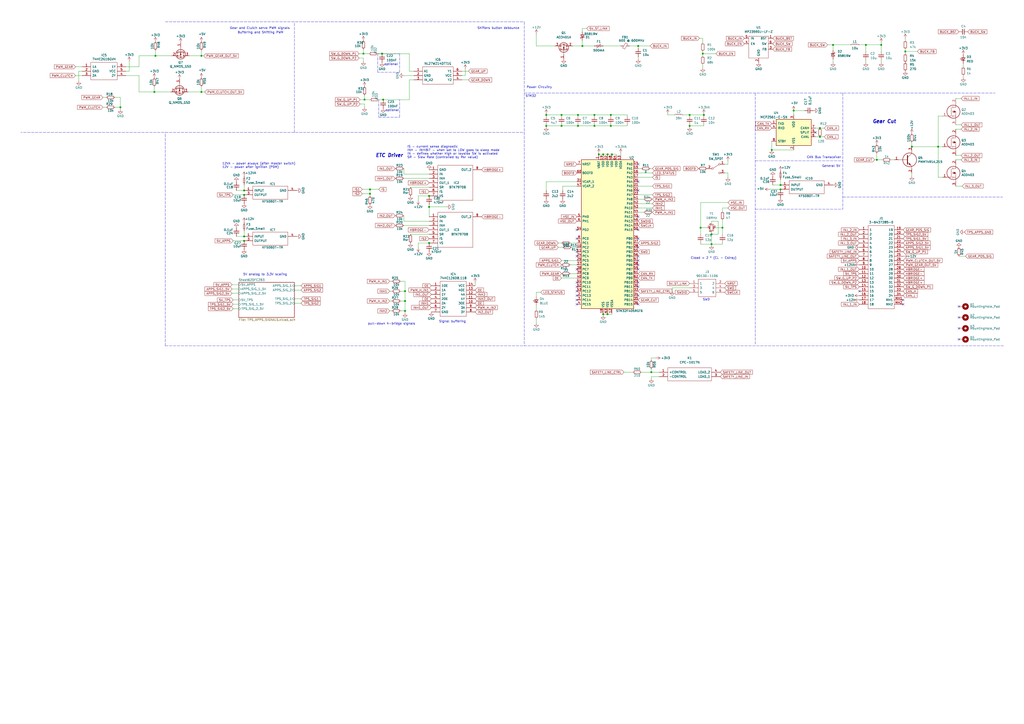
<source format=kicad_sch>
(kicad_sch (version 20211123) (generator eeschema)
  (paper "A2")
  (title_block (title "STM32F4 GearControl Board") (date "2021-11-01") (rev "2.0") (company "Patryk Wittbrodt"))
  (junction (at 335.28 66.675))
  (junction (at 377.825 215.9))
  (junction (at 335.28 73.025))
  (junction (at 89.535 53.34))
  (junction (at 544.195 85.09))
  (junction (at 210.82 31.115))
  (junction (at 344.805 73.025))
  (junction (at 354.965 89.535))
  (junction (at 452.755 109.855))
  (junction (at 234.95 168.91))
  (junction (at 508.635 92.71))
  (junction (at 248.92 113.665))
  (junction (at 234.95 180.34))
  (junction (at 211.455 57.785))
  (junction (at 248.92 120.015))
  (junction (at 406.4 132.08))
  (junction (at 344.805 66.675))
  (junction (at 354.33 73.025))
  (junction (at 412.75 141.605))
  (junction (at 316.865 73.025))
  (junction (at 141.605 110.49))
  (junction (at 141.605 137.16))
  (junction (at 325.755 73.025))
  (junction (at 316.865 66.675))
  (junction (at 475.615 79.375))
  (junction (at 90.17 32.385))
  (junction (at 221.615 31.115))
  (junction (at 400.05 66.675))
  (junction (at 483.235 26.035))
  (junction (at 325.755 66.675))
  (junction (at 502.285 26.035))
  (junction (at 475.615 74.295))
  (junction (at 141.605 139.7))
  (junction (at 408.305 66.675))
  (junction (at 412.75 135.89))
  (junction (at 214.63 109.855))
  (junction (at 528.955 85.09))
  (junction (at 352.425 182.245))
  (junction (at 337.82 26.67))
  (junction (at 407.67 31.115))
  (junction (at 354.33 66.675))
  (junction (at 234.95 174.625))
  (junction (at 419.1 132.08))
  (junction (at 214.63 112.395))
  (junction (at 349.885 182.245))
  (junction (at 349.885 89.535))
  (junction (at 370.205 26.67))
  (junction (at 400.05 73.025))
  (junction (at 248.92 140.97))
  (junction (at 352.425 89.535))
  (junction (at 460.375 64.135))
  (junction (at 116.84 53.34))
  (junction (at 141.605 113.03))
  (junction (at 69.85 62.23))
  (junction (at 447.675 86.995))
  (junction (at 222.25 57.785))
  (junction (at 511.175 26.035))
  (junction (at 116.84 32.385))
  (junction (at 525.145 29.845))
  (junction (at 347.345 89.535))
  (junction (at 452.755 107.315))
  (no_connect (at 370.205 125.73))
  (no_connect (at 370.205 105.41))
  (no_connect (at 370.205 166.37))
  (no_connect (at 370.205 151.13))
  (no_connect (at 556.26 190.5))
  (no_connect (at 334.645 176.53))
  (no_connect (at 334.645 146.05))
  (no_connect (at 370.205 171.45))
  (no_connect (at 370.205 110.49))
  (no_connect (at 370.205 138.43))
  (no_connect (at 370.205 148.59))
  (no_connect (at 334.645 171.45))
  (no_connect (at 523.875 173.99))
  (no_connect (at 334.645 173.99))
  (no_connect (at 370.205 153.67))
  (no_connect (at 334.645 148.59))
  (no_connect (at 498.475 168.91))
  (no_connect (at 370.205 163.83))
  (no_connect (at 334.645 163.83))
  (no_connect (at 370.205 95.25))
  (no_connect (at 334.645 168.91))
  (no_connect (at 370.205 176.53))
  (no_connect (at 370.205 156.21))
  (no_connect (at 473.075 76.835))
  (no_connect (at 556.26 184.15))
  (no_connect (at 334.645 166.37))
  (no_connect (at 334.645 138.43))
  (no_connect (at 556.26 177.8))
  (no_connect (at 334.645 156.21))
  (no_connect (at 370.205 143.51))
  (no_connect (at 556.26 196.85))
  (no_connect (at 523.875 176.53))
  (no_connect (at 370.205 133.35))
  (no_connect (at 334.645 133.35))
  (wire (pts (xy 354.33 67.31) (xy 354.33 66.675)))
  (wire (pts (xy 80.645 53.34) (xy 80.645 43.815)))
  (wire (pts (xy 326.39 107.95) (xy 334.645 107.95)))
  (wire (pts (xy 525.145 29.845) (xy 525.145 28.575)))
  (wire (pts (xy 387.35 66.675) (xy 391.16 66.675)))
  (wire (pts (xy 313.69 169.545) (xy 311.15 169.545)))
  (wire (pts (xy 242.57 113.665) (xy 248.92 113.665)))
  (wire (pts (xy 558.8 38.735) (xy 558.8 36.83)))
  (wire (pts (xy 344.805 72.39) (xy 344.805 73.025)))
  (wire (pts (xy 378.46 113.03) (xy 370.205 113.03)))
  (wire (pts (xy 80.645 32.385) (xy 80.645 38.735)))
  (wire (pts (xy 335.28 73.025) (xy 344.805 73.025)))
  (wire (pts (xy 478.155 74.295) (xy 475.615 74.295)))
  (wire (pts (xy 556.26 148.59) (xy 560.07 148.59)))
  (polyline (pts (xy 219.71 67.945) (xy 231.775 67.945)))
  (wire (pts (xy 544.195 85.09) (xy 528.955 85.09)))
  (wire (pts (xy 352.425 89.535) (xy 354.965 89.535)))
  (wire (pts (xy 45.72 41.275) (xy 45.72 46.99)))
  (wire (pts (xy 452.755 104.14) (xy 452.755 107.315)))
  (wire (pts (xy 447.675 81.915) (xy 447.675 86.995)))
  (polyline (pts (xy 95.885 12.7) (xy 304.165 12.7)))
  (wire (pts (xy 407.67 22.225) (xy 407.67 24.765)))
  (wire (pts (xy 493.395 26.035) (xy 483.235 26.035)))
  (polyline (pts (xy 488.95 114.3) (xy 581.66 114.3)))
  (wire (pts (xy 412.75 142.24) (xy 412.75 141.605)))
  (wire (pts (xy 213.995 31.115) (xy 210.82 31.115)))
  (wire (pts (xy 372.11 97.79) (xy 370.205 97.79)))
  (wire (pts (xy 416.56 128.27) (xy 416.56 135.89)))
  (wire (pts (xy 447.675 86.995) (xy 460.375 86.995)))
  (wire (pts (xy 210.185 112.395) (xy 214.63 112.395)))
  (wire (pts (xy 118.11 32.385) (xy 116.84 32.385)))
  (wire (pts (xy 511.175 24.765) (xy 511.175 26.035)))
  (wire (pts (xy 378.46 100.33) (xy 370.205 100.33)))
  (wire (pts (xy 311.15 169.545) (xy 311.15 172.085)))
  (wire (pts (xy 137.16 110.49) (xy 141.605 110.49)))
  (wire (pts (xy 330.835 158.75) (xy 334.645 158.75)))
  (wire (pts (xy 483.235 36.195) (xy 483.235 34.29)))
  (wire (pts (xy 248.92 130.81) (xy 234.315 130.81)))
  (wire (pts (xy 214.63 109.855) (xy 210.185 109.855)))
  (wire (pts (xy 406.4 132.08) (xy 410.21 132.08)))
  (wire (pts (xy 347.345 89.535) (xy 347.345 90.17)))
  (wire (pts (xy 370.205 27.94) (xy 370.205 26.67)))
  (wire (pts (xy 483.235 26.035) (xy 480.06 26.035)))
  (wire (pts (xy 557.53 57.15) (xy 554.355 57.15)))
  (wire (pts (xy 269.875 40.005) (xy 269.875 43.815)))
  (wire (pts (xy 234.95 168.91) (xy 232.41 168.91)))
  (wire (pts (xy 546.735 85.09) (xy 544.195 85.09)))
  (wire (pts (xy 557.53 74.93) (xy 554.355 74.93)))
  (polyline (pts (xy 438.15 93.345) (xy 488.95 93.345)))
  (wire (pts (xy 511.175 26.035) (xy 502.285 26.035)))
  (wire (pts (xy 361.95 215.9) (xy 367.03 215.9)))
  (wire (pts (xy 109.855 32.385) (xy 116.84 32.385)))
  (wire (pts (xy 134.62 167.64) (xy 138.43 167.64)))
  (wire (pts (xy 73.025 43.815) (xy 80.645 43.815)))
  (wire (pts (xy 325.755 66.675) (xy 335.28 66.675)))
  (wire (pts (xy 373.38 115.57) (xy 370.205 115.57)))
  (wire (pts (xy 422.275 95.25) (xy 422.275 93.345)))
  (wire (pts (xy 311.15 187.325) (xy 311.15 184.785)))
  (wire (pts (xy 347.345 89.535) (xy 349.885 89.535)))
  (wire (pts (xy 354.965 90.17) (xy 354.965 89.535)))
  (wire (pts (xy 234.315 100.965) (xy 248.92 100.965)))
  (wire (pts (xy 271.78 46.355) (xy 267.97 46.355)))
  (wire (pts (xy 226.06 168.91) (xy 227.33 168.91)))
  (wire (pts (xy 557.53 92.71) (xy 554.355 92.71)))
  (wire (pts (xy 412.75 141.605) (xy 406.4 141.605)))
  (wire (pts (xy 234.95 180.34) (xy 232.41 180.34)))
  (wire (pts (xy 483.235 29.21) (xy 483.235 26.035)))
  (wire (pts (xy 61.595 56.515) (xy 59.69 56.515)))
  (wire (pts (xy 389.89 167.005) (xy 389.89 168.91)))
  (wire (pts (xy 377.825 215.9) (xy 382.27 215.9)))
  (wire (pts (xy 349.885 182.245) (xy 352.425 182.245)))
  (wire (pts (xy 363.855 73.025) (xy 363.855 72.39)))
  (wire (pts (xy 80.645 53.34) (xy 89.535 53.34)))
  (polyline (pts (xy 95.885 200.66) (xy 582.295 200.66)))
  (wire (pts (xy 316.865 66.04) (xy 316.865 66.675)))
  (wire (pts (xy 311.15 19.685) (xy 311.15 26.67)))
  (wire (pts (xy 89.535 53.34) (xy 99.06 53.34)))
  (wire (pts (xy 412.75 129.54) (xy 412.75 128.27)))
  (wire (pts (xy 237.49 46.355) (xy 237.49 57.785)))
  (wire (pts (xy 349.885 90.17) (xy 349.885 89.535)))
  (wire (pts (xy 316.865 73.66) (xy 316.865 73.025)))
  (polyline (pts (xy 488.95 53.975) (xy 488.95 121.285)))
  (wire (pts (xy 316.865 73.025) (xy 325.755 73.025)))
  (wire (pts (xy 61.595 62.23) (xy 59.69 62.23)))
  (wire (pts (xy 349.885 89.535) (xy 352.425 89.535)))
  (wire (pts (xy 242.57 143.51) (xy 242.57 140.97)))
  (polyline (pts (xy 95.25 76.835) (xy 12.065 76.835)))
  (wire (pts (xy 352.425 90.17) (xy 352.425 89.535)))
  (wire (pts (xy 248.92 120.015) (xy 248.92 118.745)))
  (wire (pts (xy 475.615 74.295) (xy 473.075 74.295)))
  (wire (pts (xy 210.82 33.655) (xy 208.28 33.655)))
  (wire (pts (xy 222.25 57.785) (xy 237.49 57.785)))
  (wire (pts (xy 234.95 163.195) (xy 232.41 163.195)))
  (wire (pts (xy 316.865 73.025) (xy 316.865 72.39)))
  (polyline (pts (xy 231.775 41.91) (xy 219.075 41.91)))
  (wire (pts (xy 422.275 102.87) (xy 422.275 100.33)))
  (wire (pts (xy 47.625 41.275) (xy 45.72 41.275)))
  (wire (pts (xy 109.22 53.34) (xy 116.84 53.34)))
  (wire (pts (xy 357.505 89.535) (xy 357.505 90.17)))
  (wire (pts (xy 354.33 66.675) (xy 363.855 66.675)))
  (wire (pts (xy 208.28 31.115) (xy 210.82 31.115)))
  (wire (pts (xy 546.735 102.87) (xy 544.195 102.87)))
  (wire (pts (xy 214.63 112.395) (xy 214.63 109.855)))
  (wire (pts (xy 412.75 141.605) (xy 419.1 141.605)))
  (wire (pts (xy 502.285 29.845) (xy 502.285 26.035)))
  (wire (pts (xy 316.865 66.675) (xy 325.755 66.675)))
  (wire (pts (xy 321.945 26.67) (xy 311.15 26.67)))
  (wire (pts (xy 248.92 135.89) (xy 238.125 135.89)))
  (wire (pts (xy 354.965 182.245) (xy 354.965 181.61)))
  (wire (pts (xy 407.67 31.115) (xy 407.67 29.845)))
  (wire (pts (xy 354.965 89.535) (xy 357.505 89.535)))
  (wire (pts (xy 316.865 105.41) (xy 334.645 105.41)))
  (wire (pts (xy 116.84 29.21) (xy 116.84 32.385)))
  (wire (pts (xy 407.67 39.37) (xy 407.67 37.465)))
  (wire (pts (xy 407.67 32.385) (xy 407.67 31.115)))
  (wire (pts (xy 69.85 62.23) (xy 69.85 63.5)))
  (wire (pts (xy 66.675 62.23) (xy 69.85 62.23)))
  (wire (pts (xy 335.28 67.31) (xy 335.28 66.675)))
  (wire (pts (xy 419.1 141.605) (xy 419.1 140.97)))
  (wire (pts (xy 208.915 57.785) (xy 211.455 57.785)))
  (wire (pts (xy 377.825 219.71) (xy 377.825 218.44)))
  (wire (pts (xy 558.165 107.95) (xy 554.355 107.95)))
  (wire (pts (xy 354.33 72.39) (xy 354.33 73.025)))
  (wire (pts (xy 378.46 118.11) (xy 370.205 118.11)))
  (wire (pts (xy 234.315 128.27) (xy 248.92 128.27)))
  (wire (pts (xy 412.75 134.62) (xy 412.75 135.89)))
  (wire (pts (xy 174.625 165.735) (xy 170.815 165.735)))
  (wire (pts (xy 234.315 125.095) (xy 234.315 128.27)))
  (wire (pts (xy 508.635 88.9) (xy 508.635 92.71)))
  (wire (pts (xy 234.95 174.625) (xy 232.41 174.625)))
  (wire (pts (xy 337.82 23.495) (xy 337.82 26.67)))
  (wire (pts (xy 74.93 35.56) (xy 74.93 41.275)))
  (wire (pts (xy 370.205 26.67) (xy 365.125 26.67)))
  (wire (pts (xy 234.95 180.34) (xy 234.95 174.625)))
  (wire (pts (xy 422.275 100.33) (xy 420.37 100.33)))
  (wire (pts (xy 326.39 143.51) (xy 323.85 143.51)))
  (wire (pts (xy 316.865 110.49) (xy 316.865 105.41)))
  (wire (pts (xy 419.1 120.65) (xy 419.1 122.555)))
  (wire (pts (xy 74.93 41.275) (xy 73.025 41.275)))
  (wire (pts (xy 406.4 141.605) (xy 406.4 140.97)))
  (wire (pts (xy 211.455 62.23) (xy 211.455 60.325)))
  (wire (pts (xy 141.605 113.03) (xy 135.255 113.03)))
  (wire (pts (xy 226.06 174.625) (xy 227.33 174.625)))
  (wire (pts (xy 448.31 107.315) (xy 452.755 107.315)))
  (wire (pts (xy 211.455 57.785) (xy 211.455 55.245)))
  (wire (pts (xy 325.755 67.31) (xy 325.755 66.675)))
  (wire (pts (xy 349.885 26.67) (xy 360.045 26.67)))
  (wire (pts (xy 210.82 35.56) (xy 210.82 33.655)))
  (wire (pts (xy 344.805 66.675) (xy 354.33 66.675)))
  (wire (pts (xy 141.605 133.985) (xy 141.605 137.16)))
  (wire (pts (xy 372.11 215.9) (xy 377.825 215.9)))
  (polyline (pts (xy 219.075 41.91) (xy 219.075 31.115)))
  (wire (pts (xy 135.255 176.53) (xy 138.43 176.53)))
  (wire (pts (xy 326.39 110.49) (xy 326.39 107.95)))
  (wire (pts (xy 378.46 120.65) (xy 370.205 120.65)))
  (wire (pts (xy 408.305 73.025) (xy 408.305 72.39)))
  (wire (pts (xy 234.315 43.815) (xy 240.03 43.815)))
  (wire (pts (xy 214.63 113.665) (xy 214.63 112.395)))
  (wire (pts (xy 557.53 72.39) (xy 554.355 72.39)))
  (wire (pts (xy 452.755 109.855) (xy 446.405 109.855)))
  (wire (pts (xy 134.62 165.1) (xy 138.43 165.1)))
  (polyline (pts (xy 304.165 12.7) (xy 304.165 200.66)))
  (wire (pts (xy 400.05 67.31) (xy 400.05 66.675)))
  (wire (pts (xy 211.455 60.325) (xy 208.915 60.325)))
  (wire (pts (xy 237.49 46.355) (xy 240.03 46.355)))
  (wire (pts (xy 137.16 137.16) (xy 141.605 137.16)))
  (wire (pts (xy 222.25 57.785) (xy 219.71 57.785)))
  (wire (pts (xy 43.815 38.735) (xy 47.625 38.735)))
  (polyline (pts (xy 219.71 57.785) (xy 219.71 67.945)))
  (wire (pts (xy 352.425 181.61) (xy 352.425 182.245)))
  (wire (pts (xy 416.56 135.89) (xy 412.75 135.89)))
  (wire (pts (xy 170.815 175.895) (xy 174.625 175.895)))
  (wire (pts (xy 325.755 151.13) (xy 334.645 151.13)))
  (wire (pts (xy 528.955 102.235) (xy 528.955 100.33)))
  (wire (pts (xy 419.1 135.89) (xy 419.1 132.08)))
  (wire (pts (xy 419.1 127.635) (xy 419.1 132.08)))
  (wire (pts (xy 557.53 90.17) (xy 554.355 90.17)))
  (wire (pts (xy 412.75 128.27) (xy 416.56 128.27)))
  (wire (pts (xy 478.155 79.375) (xy 475.615 79.375)))
  (wire (pts (xy 406.4 117.475) (xy 422.275 117.475)))
  (wire (pts (xy 325.755 73.025) (xy 335.28 73.025)))
  (wire (pts (xy 380.365 207.645) (xy 377.825 207.645)))
  (wire (pts (xy 334.645 161.29) (xy 325.755 161.29)))
  (wire (pts (xy 511.175 36.195) (xy 511.175 34.925)))
  (wire (pts (xy 141.605 107.315) (xy 141.605 110.49)))
  (wire (pts (xy 141.605 139.7) (xy 135.255 139.7)))
  (wire (pts (xy 406.4 117.475) (xy 406.4 132.08)))
  (wire (pts (xy 377.825 218.44) (xy 382.27 218.44)))
  (polyline (pts (xy 170.815 76.835) (xy 170.815 12.7)))
  (wire (pts (xy 408.305 67.31) (xy 408.305 66.675)))
  (wire (pts (xy 412.75 135.89) (xy 412.75 141.605)))
  (wire (pts (xy 234.315 103.505) (xy 248.92 103.505)))
  (wire (pts (xy 335.28 72.39) (xy 335.28 73.025)))
  (wire (pts (xy 532.13 29.845) (xy 525.145 29.845)))
  (wire (pts (xy 370.205 34.29) (xy 370.205 33.02)))
  (wire (pts (xy 248.92 108.585) (xy 238.125 108.585)))
  (wire (pts (xy 311.15 179.705) (xy 311.15 177.165)))
  (wire (pts (xy 502.285 36.195) (xy 502.285 34.925)))
  (wire (pts (xy 354.33 73.025) (xy 363.855 73.025)))
  (wire (pts (xy 43.815 43.815) (xy 47.625 43.815)))
  (wire (pts (xy 316.865 66.675) (xy 316.865 67.31)))
  (wire (pts (xy 400.05 73.025) (xy 408.305 73.025)))
  (wire (pts (xy 363.855 66.675) (xy 363.855 67.31)))
  (wire (pts (xy 377.825 215.9) (xy 377.825 213.995)))
  (wire (pts (xy 349.885 182.245) (xy 349.885 181.61)))
  (wire (pts (xy 400.05 73.66) (xy 400.05 73.025)))
  (wire (pts (xy 420.37 95.25) (xy 422.275 95.25)))
  (wire (pts (xy 344.805 73.025) (xy 354.33 73.025)))
  (wire (pts (xy 507.365 92.71) (xy 508.635 92.71)))
  (wire (pts (xy 234.95 174.625) (xy 234.95 168.91)))
  (wire (pts (xy 408.305 66.675) (xy 400.05 66.675)))
  (polyline (pts (xy 95.885 76.835) (xy 304.165 76.835)))
  (wire (pts (xy 135.255 173.99) (xy 138.43 173.99)))
  (polyline (pts (xy 219.075 31.115) (xy 231.775 31.115)))
  (wire (pts (xy 352.425 182.245) (xy 354.965 182.245)))
  (wire (pts (xy 525.145 29.845) (xy 525.145 31.115)))
  (wire (pts (xy 214.63 57.785) (xy 211.455 57.785)))
  (wire (pts (xy 415.29 31.115) (xy 407.67 31.115)))
  (wire (pts (xy 405.765 22.225) (xy 407.67 22.225)))
  (wire (pts (xy 525.145 23.495) (xy 525.145 22.225)))
  (wire (pts (xy 248.92 125.73) (xy 248.92 120.015)))
  (wire (pts (xy 80.645 32.385) (xy 90.17 32.385)))
  (wire (pts (xy 226.06 163.195) (xy 227.33 163.195)))
  (wire (pts (xy 242.57 140.97) (xy 248.92 140.97)))
  (wire (pts (xy 511.175 29.845) (xy 511.175 26.035)))
  (wire (pts (xy 174.625 173.355) (xy 170.815 173.355)))
  (wire (pts (xy 408.305 66.04) (xy 408.305 66.675)))
  (wire (pts (xy 544.195 67.31) (xy 546.735 67.31)))
  (wire (pts (xy 234.95 181.61) (xy 234.95 180.34)))
  (wire (pts (xy 134.62 170.18) (xy 138.43 170.18)))
  (wire (pts (xy 325.755 140.97) (xy 323.85 140.97)))
  (wire (pts (xy 237.49 41.275) (xy 240.03 41.275)))
  (wire (pts (xy 335.28 66.675) (xy 344.805 66.675)))
  (wire (pts (xy 330.835 153.67) (xy 334.645 153.67)))
  (wire (pts (xy 475.615 79.375) (xy 473.075 79.375)))
  (wire (pts (xy 337.82 26.67) (xy 344.805 26.67)))
  (wire (pts (xy 135.255 179.07) (xy 138.43 179.07)))
  (wire (pts (xy 377.825 207.645) (xy 377.825 208.915)))
  (wire (pts (xy 242.57 116.205) (xy 242.57 113.665)))
  (wire (pts (xy 237.49 41.275) (xy 237.49 31.115)))
  (wire (pts (xy 116.84 50.165) (xy 116.84 53.34)))
  (wire (pts (xy 118.745 53.34) (xy 116.84 53.34)))
  (wire (pts (xy 234.95 163.195) (xy 234.95 168.91)))
  (wire (pts (xy 325.755 72.39) (xy 325.755 73.025)))
  (wire (pts (xy 69.85 56.515) (xy 69.85 62.23)))
  (wire (pts (xy 360.045 88.9) (xy 360.045 90.17)))
  (wire (pts (xy 73.025 38.735) (xy 80.645 38.735)))
  (wire (pts (xy 90.17 32.385) (xy 99.695 32.385)))
  (wire (pts (xy 373.38 123.19) (xy 370.205 123.19)))
  (polyline (pts (xy 95.885 200.66) (xy 95.885 76.835)))
  (wire (pts (xy 340.36 16.51) (xy 337.82 16.51)))
  (wire (pts (xy 349.885 182.88) (xy 349.885 182.245)))
  (wire (pts (xy 415.29 132.08) (xy 419.1 132.08)))
  (wire (pts (xy 460.375 64.135) (xy 460.375 66.675)))
  (wire (pts (xy 544.195 67.31) (xy 544.195 85.09)))
  (wire (pts (xy 347.345 88.9) (xy 347.345 89.535)))
  (wire (pts (xy 387.35 66.04) (xy 387.35 66.675)))
  (wire (pts (xy 400.05 167.005) (xy 389.89 167.005)))
  (wire (pts (xy 406.4 135.89) (xy 406.4 132.08)))
  (wire (pts (xy 334.645 140.97) (xy 330.835 140.97)))
  (wire (pts (xy 508.635 92.71) (xy 511.81 92.71)))
  (wire (pts (xy 90.17 29.21) (xy 90.17 32.385)))
  (wire (pts (xy 400.05 73.025) (xy 400.05 72.39)))
  (wire (pts (xy 275.59 163.83) (xy 275.59 165.735)))
  (wire (pts (xy 344.805 67.31) (xy 344.805 66.675)))
  (wire (pts (xy 170.815 168.275) (xy 174.625 168.275)))
  (wire (pts (xy 226.06 180.34) (xy 227.33 180.34)))
  (wire (pts (xy 337.82 18.415) (xy 337.82 16.51)))
  (wire (pts (xy 544.195 85.09) (xy 544.195 102.87)))
  (polyline (pts (xy 231.775 67.945) (xy 231.775 57.785)))
  (wire (pts (xy 528.955 85.09) (xy 528.955 82.55)))
  (wire (pts (xy 259.08 120.015) (xy 248.92 120.015)))
  (wire (pts (xy 69.85 56.515) (xy 66.675 56.515)))
  (wire (pts (xy 422.275 120.65) (xy 419.1 120.65)))
  (wire (pts (xy 502.285 26.035) (xy 498.475 26.035)))
  (polyline (pts (xy 438.15 121.285) (xy 488.95 121.285)))
  (wire (pts (xy 378.46 102.87) (xy 370.205 102.87)))
  (wire (pts (xy 332.105 26.67) (xy 337.82 26.67)))
  (polyline (pts (xy 438.15 53.975) (xy 438.15 200.025)))
  (polyline (pts (xy 231.775 31.115) (xy 231.775 41.91)))
  (wire (pts (xy 234.315 97.79) (xy 234.315 100.965)))
  (wire (pts (xy 210.82 31.115) (xy 210.82 28.575)))
  (wire (pts (xy 89.535 50.165) (xy 89.535 53.34)))
  (polyline (pts (xy 304.165 53.975) (xy 577.215 53.975)))
  (wire (pts (xy 400.05 66.675) (xy 396.24 66.675)))
  (wire (pts (xy 377.19 26.67) (xy 370.205 26.67)))
  (wire (pts (xy 331.47 143.51) (xy 334.645 143.51)))
  (wire (pts (xy 271.78 41.275) (xy 267.97 41.275)))
  (wire (pts (xy 558.8 45.085) (xy 558.8 43.815)))
  (wire (pts (xy 516.89 92.71) (xy 518.795 92.71)))
  (wire (pts (xy 378.46 107.95) (xy 370.205 107.95)))
  (wire (pts (xy 378.46 97.79) (xy 377.19 97.79)))
  (wire (pts (xy 221.615 31.115) (xy 237.49 31.115)))
  (wire (pts (xy 460.375 64.135) (xy 466.725 64.135)))
  (wire (pts (xy 269.875 43.815) (xy 267.97 43.815)))
  (wire (pts (xy 219.71 109.855) (xy 214.63 109.855)))
  (wire (pts (xy 221.615 31.115) (xy 219.075 31.115)))
  (text "Gear Cut" (at 506.095 71.755 0) (effects (font (size 2.0066 2.0066) (thickness 0.4013) bold italic) (justify left bottom)))
  (text "STM32" (at 304.8 56.515 0) (effects (font (size 1.27 1.27)) (justify left bottom)))
  (text "optional" (at 222.885 38.1 0) (effects (font (size 1.27 1.27)) (justify left bottom)))
  (text "Buffering and Shifting PWM" (at 137.795 19.685 0) (effects (font (size 1.27 1.27)) (justify left bottom)))
  (text "5V analog to 3.3V scaling" (at 140.97 160.02 0) (effects (font (size 1.27 1.27)) (justify left bottom)))
  (text "Gear and Clutch servo PWM signals" (at 133.35 17.145 0) (effects (font (size 1.27 1.27)) (justify left bottom)))
  (text "Shifters button debounce" (at 276.86 17.145 0) (effects (font (size 1.27 1.27)) (justify left bottom)))
  (text "CAN Bus Transceiver" (at 467.995 92.075 0) (effects (font (size 1.27 1.27)) (justify left bottom)))
  (text "ETC Driver" (at 217.805 91.44 0) (effects (font (size 2.0066 2.0066) (thickness 0.4013) bold italic) (justify left bottom)))
  (text "General 5V" (at 476.885 97.155 0) (effects (font (size 1.27 1.27)) (justify left bottom)))
  (text "Power Circuitry" (at 305.435 51.435 0) (effects (font (size 1.27 1.27)) (justify left bottom)))
  (text "optional" (at 223.52 64.77 0) (effects (font (size 1.27 1.27)) (justify left bottom)))
  (text "Signal buffering" (at 254.635 187.325 0) (effects (font (size 1.27 1.27)) (justify left bottom)))
  (text "SWD" (at 407.67 174.625 0) (effects (font (size 1.27 1.27)) (justify left bottom)))
  (text "12VA - power always (after master switch)\n12V - power after ignition (PDM)" (at 128.905 97.79 0) (effects (font (size 1.27 1.27)) (justify left bottom)))
  (text "Cload = 2 * (CL - Cstray)" (at 400.685 150.495 0) (effects (font (size 1.27 1.27)) (justify left bottom)))
  (text "IS - current sense diagnostic\nINH - INHIBIT - when set to LOW goes to sleep mode\nIN - defines whether high or lowside SW is activated\nSR - Slew Rate (controlled by Rsr value)" (at 236.22 92.075 0) (effects (font (size 1.27 1.27)) (justify left bottom)))
  (text "pull-down h-bridge signals" (at 213.36 188.595 0) (effects (font (size 1.27 1.27)) (justify left bottom)))
  (global_label "TPS_APPS_GND" (shape input) (at 559.435 134.62 0) (property "Intersheet References" "${INTERSHEET_REFS}" (effects hide)))
  (global_label "BUCK_FB" (shape input) (at 448.31 28.575 0) (property "Intersheet References" "${INTERSHEET_REFS}" (effects hide)))
  (global_label "SAFETY_LINE_CTRL" (shape input) (at 370.205 168.91 0) (property "Intersheet References" "${INTERSHEET_REFS}" (effects hide)))
  (global_label "SAFETY_LINE_IN" (shape input) (at 417.83 218.44 0) (property "Intersheet References" "${INTERSHEET_REFS}" (effects hide)))
  (global_label "SW_G_DOWN_P2" (shape input) (at 208.28 33.655 180) (property "Intersheet References" "${INTERSHEET_REFS}" (effects hide)))
  (global_label "PWM_CLUTCH_OUT_5V" (shape input) (at 118.745 53.34 0) (property "Intersheet References" "${INTERSHEET_REFS}" (effects hide)))
  (global_label "5V_APPS" (shape input) (at 498.475 151.13 180) (property "Intersheet References" "${INTERSHEET_REFS}" (effects hide)))
  (global_label "INH1" (shape input) (at 226.06 168.91 180) (property "Intersheet References" "${INTERSHEET_REFS}" (effects hide)))
  (global_label "SAFETY_LINE_OUT" (shape input) (at 417.83 215.9 0) (property "Intersheet References" "${INTERSHEET_REFS}" (effects hide)))
  (global_label "OE" (shape input) (at 275.59 175.895 0) (property "Intersheet References" "${INTERSHEET_REFS}" (effects hide)))
  (global_label "INJ_1_OUT" (shape input) (at 557.53 72.39 0) (property "Intersheet References" "${INTERSHEET_REFS}" (effects hide)))
  (global_label "OE" (shape input) (at 275.59 168.275 0) (property "Intersheet References" "${INTERSHEET_REFS}" (effects hide)))
  (global_label "INH2_OUT" (shape input) (at 275.59 173.355 0) (property "Intersheet References" "${INTERSHEET_REFS}" (effects hide)))
  (global_label "GEAR_DOWN" (shape input) (at 323.85 140.97 180) (property "Intersheet References" "${INTERSHEET_REFS}" (effects hide)))
  (global_label "INH2" (shape input) (at 378.46 118.11 0) (property "Intersheet References" "${INTERSHEET_REFS}" (effects hide)))
  (global_label "PWM_H_IN1" (shape input) (at 250.19 168.275 180) (property "Intersheet References" "${INTERSHEET_REFS}" (effects hide)))
  (global_label "SWCLK" (shape input) (at 420.37 169.545 0) (property "Intersheet References" "${INTERSHEET_REFS}" (effects hide)))
  (global_label "SWDIO" (shape input) (at 400.05 169.545 180) (property "Intersheet References" "${INTERSHEET_REFS}" (effects hide)))
  (global_label "TPS_SIG2" (shape input) (at 174.625 175.895 0) (property "Intersheet References" "${INTERSHEET_REFS}" (effects hide)))
  (global_label "TPS_SIG1" (shape input) (at 174.625 173.355 0) (property "Intersheet References" "${INTERSHEET_REFS}" (effects hide)))
  (global_label "PWM_H_IN1" (shape input) (at 226.06 163.195 180) (property "Intersheet References" "${INTERSHEET_REFS}" (effects hide)))
  (global_label "OE" (shape input) (at 250.19 173.355 180) (property "Intersheet References" "${INTERSHEET_REFS}" (effects hide)))
  (global_label "HSE_IN" (shape input) (at 334.645 125.73 180) (property "Intersheet References" "${INTERSHEET_REFS}" (effects hide)))
  (global_label "INJ_3_IN" (shape input) (at 557.53 92.71 0) (property "Intersheet References" "${INTERSHEET_REFS}" (effects hide)))
  (global_label "PWM_GEAR" (shape input) (at 43.815 38.735 180) (property "Intersheet References" "${INTERSHEET_REFS}" (effects hide)))
  (global_label "SW_G_UP_P2" (shape input) (at 498.475 161.29 180) (property "Intersheet References" "${INTERSHEET_REFS}" (effects hide)))
  (global_label "INH2_OUT" (shape input) (at 229.235 130.81 180) (property "Intersheet References" "${INTERSHEET_REFS}" (effects hide)))
  (global_label "5V_TPS" (shape input) (at 498.475 166.37 180) (property "Intersheet References" "${INTERSHEET_REFS}" (effects hide)))
  (global_label "TPS_SIG2" (shape input) (at 378.46 113.03 0) (property "Intersheet References" "${INTERSHEET_REFS}" (effects hide)))
  (global_label "INJ_3_OUT" (shape input) (at 498.475 140.97 180) (property "Intersheet References" "${INTERSHEET_REFS}" (effects hide)))
  (global_label "GEAR_DOWN" (shape input) (at 271.78 46.355 0) (property "Intersheet References" "${INTERSHEET_REFS}" (effects hide)))
  (global_label "IS" (shape input) (at 378.46 102.87 0) (property "Intersheet References" "${INTERSHEET_REFS}" (effects hide)))
  (global_label "APPS_SIG2" (shape input) (at 370.205 140.97 0) (property "Intersheet References" "${INTERSHEET_REFS}" (effects hide)))
  (global_label "BUCK_SW" (shape input) (at 448.31 25.4 0) (property "Intersheet References" "${INTERSHEET_REFS}" (effects hide)))
  (global_label "SWO" (shape input) (at 420.37 167.005 0) (property "Intersheet References" "${INTERSHEET_REFS}" (effects hide)))
  (global_label "HBRIDGE+" (shape input) (at 523.875 163.83 0) (property "Intersheet References" "${INTERSHEET_REFS}" (effects hide)))
  (global_label "GEAR_CUT" (shape input) (at 507.365 92.71 180) (property "Intersheet References" "${INTERSHEET_REFS}" (effects hide)))
  (global_label "LED_STATUS" (shape input) (at 313.69 169.545 0) (property "Intersheet References" "${INTERSHEET_REFS}" (effects hide)))
  (global_label "INJ_1_IN" (shape input) (at 498.475 176.53 180) (property "Intersheet References" "${INTERSHEET_REFS}" (effects hide)))
  (global_label "SWO" (shape input) (at 370.205 146.05 0) (property "Intersheet References" "${INTERSHEET_REFS}" (effects hide)))
  (global_label "INJ_2_OUT" (shape input) (at 498.475 135.89 180) (property "Intersheet References" "${INTERSHEET_REFS}" (effects hide)))
  (global_label "BUCK_IN" (shape input) (at 377.19 26.67 0) (property "Intersheet References" "${INTERSHEET_REFS}" (effects hide)))
  (global_label "HSE_OUT" (shape input) (at 334.645 128.27 180) (property "Intersheet References" "${INTERSHEET_REFS}" (effects hide)))
  (global_label "BUCK_EN" (shape input) (at 415.29 31.115 0) (property "Intersheet References" "${INTERSHEET_REFS}" (effects hide)))
  (global_label "HBRIDGE-" (shape input) (at 248.92 133.35 180) (property "Intersheet References" "${INTERSHEET_REFS}" (effects hide)))
  (global_label "IN1_OUT" (shape input) (at 250.19 170.815 180) (property "Intersheet References" "${INTERSHEET_REFS}" (effects hide)))
  (global_label "NRST" (shape input) (at 420.37 164.465 0) (property "Intersheet References" "${INTERSHEET_REFS}" (effects hide)))
  (global_label "PWM_H_IN2" (shape input) (at 275.59 178.435 0) (property "Intersheet References" "${INTERSHEET_REFS}" (effects hide)))
  (global_label "SWDIO" (shape input) (at 370.205 128.27 0) (property "Intersheet References" "${INTERSHEET_REFS}" (effects hide)))
  (global_label "BUCK_BST" (shape input) (at 448.31 22.225 0) (property "Intersheet References" "${INTERSHEET_REFS}" (effects hide)))
  (global_label "TPS_SIG1_5V" (shape input) (at 135.255 176.53 180) (property "Intersheet References" "${INTERSHEET_REFS}" (effects hide)))
  (global_label "IS1" (shape input) (at 248.92 111.125 180) (property "Intersheet References" "${INTERSHEET_REFS}" (effects hide)))
  (global_label "IS" (shape input) (at 219.71 109.855 0) (property "Intersheet References" "${INTERSHEET_REFS}" (effects hide)))
  (global_label "PWM_CLUTCH_OUT_5V" (shape input) (at 523.875 151.13 0) (property "Intersheet References" "${INTERSHEET_REFS}" (effects hide)))
  (global_label "BOOT0" (shape input) (at 334.645 100.33 180) (property "Intersheet References" "${INTERSHEET_REFS}" (effects hide)))
  (global_label "CAN_H" (shape input) (at 523.875 168.91 0) (property "Intersheet References" "${INTERSHEET_REFS}" (effects hide)))
  (global_label "CAN_TX" (shape input) (at 370.205 161.29 0) (property "Intersheet References" "${INTERSHEET_REFS}" (effects hide)))
  (global_label "INH2" (shape input) (at 275.59 170.815 0) (property "Intersheet References" "${INTERSHEET_REFS}" (effects hide)))
  (global_label "TPS_SIG1" (shape input) (at 378.46 107.95 0) (property "Intersheet References" "${INTERSHEET_REFS}" (effects hide)))
  (global_label "CAN_RX" (shape input) (at 370.205 158.75 0) (property "Intersheet References" "${INTERSHEET_REFS}" (effects hide)))
  (global_label "5V_ST_LINK" (shape input) (at 400.05 164.465 180) (property "Intersheet References" "${INTERSHEET_REFS}" (effects hide)))
  (global_label "HBRIDGE+" (shape input) (at 279.4 98.425 0) (property "Intersheet References" "${INTERSHEET_REFS}" (effects hide)))
  (global_label "BUCK_FB" (shape input) (at 532.13 29.845 0) (property "Intersheet References" "${INTERSHEET_REFS}" (effects hide)))
  (global_label "INJ_3_OUT" (shape input) (at 558.165 107.95 0) (property "Intersheet References" "${INTERSHEET_REFS}" (effects hide)))
  (global_label "INH1" (shape input) (at 378.46 120.65 0) (property "Intersheet References" "${INTERSHEET_REFS}" (effects hide)))
  (global_label "BOOT0" (shape input) (at 405.13 97.79 180) (property "Intersheet References" "${INTERSHEET_REFS}" (effects hide)))
  (global_label "INJ_3_IN" (shape input) (at 498.475 138.43 180) (property "Intersheet References" "${INTERSHEET_REFS}" (effects hide)))
  (global_label "PWM_GEAR" (shape input) (at 325.755 158.75 180) (property "Intersheet References" "${INTERSHEET_REFS}" (effects hide)))
  (global_label "APPS_SIG1" (shape input) (at 325.755 151.13 180) (property "Intersheet References" "${INTERSHEET_REFS}" (effects hide)))
  (global_label "PWM_CLUTCH" (shape input) (at 59.69 62.23 180) (property "Intersheet References" "${INTERSHEET_REFS}" (effects hide)))
  (global_label "BUCK_SW" (shape input) (at 480.06 26.035 180) (property "Intersheet References" "${INTERSHEET_REFS}" (effects hide)))
  (global_label "LED_STATUS" (shape input) (at 378.46 100.33 0) (property "Intersheet References" "${INTERSHEET_REFS}" (effects hide)))
  (global_label "INH2" (shape input) (at 226.06 180.34 180) (property "Intersheet References" "${INTERSHEET_REFS}" (effects hide)))
  (global_label "PWM_H_IN2" (shape input) (at 226.06 174.625 180) (property "Intersheet References" "${INTERSHEET_REFS}" (effects hide)))
  (global_label "PWM_H_IN1" (shape input) (at 378.46 123.19 0) (property "Intersheet References" "${INTERSHEET_REFS}" (effects hide)))
  (global_label "CAN_RX" (shape input) (at 447.675 74.295 180) (property "Intersheet References" "${INTERSHEET_REFS}" (effects hide)))
  (global_label "PWM_CLUTCH" (shape input) (at 43.815 43.815 180) (property "Intersheet References" "${INTERSHEET_REFS}" (effects hide)))
  (global_label "APPS_SIG1_5V" (shape input) (at 523.875 143.51 0) (property "Intersheet References" "${INTERSHEET_REFS}" (effects hide)))
  (global_label "BUCK_EN" (shape input) (at 431.8 25.4 180) (property "Intersheet References" "${INTERSHEET_REFS}" (effects hide)))
  (global_label "OE" (shape input) (at 325.755 161.29 180) (property "Intersheet References" "${INTERSHEET_REFS}" (effects hide)))
  (global_label "5V_TPS" (shape input) (at 498.475 158.75 180) (property "Intersheet References" "${INTERSHEET_REFS}" (effects hide)))
  (global_label "TPS_SIG1_5V" (shape input) (at 523.875 138.43 0) (property "Intersheet References" "${INTERSHEET_REFS}" (effects hide)))
  (global_label "GEAR_POS_SIG" (shape input) (at 378.46 97.79 0) (property "Intersheet References" "${INTERSHEET_REFS}" (effects hide)))
  (global_label "BUCK_IN" (shape input) (at 405.765 22.225 180) (property "Intersheet References" "${INTERSHEET_REFS}" (effects hide)))
  (global_label "SW_G_UP_P1" (shape input) (at 523.875 146.05 0) (property "Intersheet References" "${INTERSHEET_REFS}" (effects hide)))
  (global_label "GEAR_CUT" (shape input) (at 370.205 173.99 0) (property "Intersheet References" "${INTERSHEET_REFS}" (effects hide)))
  (global_label "SW_G_DOWN_P1" (shape input) (at 208.28 31.115 180) (property "Intersheet References" "${INTERSHEET_REFS}" (effects hide)))
  (global_label "APPS_SIG2" (shape input) (at 174.625 168.275 0) (property "Intersheet References" "${INTERSHEET_REFS}" (effects hide)))
  (global_label "INH1_OUT" (shape input) (at 229.235 103.505 180) (property "Intersheet References" "${INTERSHEET_REFS}" (effects hide)))
  (global_label "HBRIDGE-" (shape input) (at 523.875 158.75 0) (property "Intersheet References" "${INTERSHEET_REFS}" (effects hide)))
  (global_label "INJ_1_IN" (shape input) (at 557.53 57.15 0) (property "Intersheet References" "${INTERSHEET_REFS}" (effects hide)))
  (global_label "GEAR_POS_SIG" (shape input) (at 560.07 148.59 0) (property "Intersheet References" "${INTERSHEET_REFS}" (effects hide)))
  (global_label "APPS_SIG2_5V" (shape input) (at 134.62 170.18 180) (property "Intersheet References" "${INTERSHEET_REFS}" (effects hide)))
  (global_label "CAN_TX" (shape input) (at 447.675 71.755 180) (property "Intersheet References" "${INTERSHEET_REFS}" (effects hide)))
  (global_label "CAN_L" (shape input) (at 523.875 171.45 0) (property "Intersheet References" "${INTERSHEET_REFS}" (effects hide)))
  (global_label "INJ_2_IN" (shape input) (at 498.475 133.35 180) (property "Intersheet References" "${INTERSHEET_REFS}" (effects hide)))
  (global_label "IN2_OUT" (shape input) (at 275.59 180.975 0) (property "Intersheet References" "${INTERSHEET_REFS}" (effects hide)))
  (global_label "NRST" (shape input) (at 334.645 95.25 180) (property "Intersheet References" "${INTERSHEET_REFS}" (effects hide)))
  (global_label "SW_G_DOWN_P1" (shape input) (at 523.875 166.37 0) (property "Intersheet References" "${INTERSHEET_REFS}" (effects hide)))
  (global_label "IS2" (shape input) (at 210.185 112.395 180) (property "Intersheet References" "${INTERSHEET_REFS}" (effects hide)))
  (global_label "APPS_SIG1_5V" (shape input) (at 134.62 167.64 180) (property "Intersheet References" "${INTERSHEET_REFS}" (effects hide)))
  (global_label "INJ_2_IN" (shape input) (at 557.53 74.93 0) (property "Intersheet References" "${INTERSHEET_REFS}" (effects hide)))
  (global_label "5V_APPS" (shape input) (at 134.62 165.1 180) (property "Intersheet References" "${INTERSHEET_REFS}" (effects hide)))
  (global_label "INH1" (shape input) (at 250.19 175.895 180) (property "Intersheet References" "${INTERSHEET_REFS}" (effects hide)))
  (global_label "SAFETY_LINE_OUT" (shape input) (at 498.475 148.59 180) (property "Intersheet References" "${INTERSHEET_REFS}" (effects hide)))
  (global_label "HBRIDGE-" (shape input) (at 523.875 156.21 0) (property "Intersheet References" "${INTERSHEET_REFS}" (effects hide)))
  (global_label "HBRIDGE+" (shape input) (at 523.875 161.29 0) (property "Intersheet References" "${INTERSHEET_REFS}" (effects hide)))
  (global_label "SAFETY_LINE_IN" (shape input) (at 498.475 146.05 180) (property "Intersheet References" "${INTERSHEET_REFS}" (effects hide)))
  (global_label "GEAR_UP" (shape input) (at 323.85 143.51 180) (property "Intersheet References" "${INTERSHEET_REFS}" (effects hide)))
  (global_label "5V_ST_LINK" (shape input) (at 340.36 16.51 0) (property "Intersheet References" "${INTERSHEET_REFS}" (effects hide)))
  (global_label "IN1_OUT" (shape input) (at 229.235 97.79 180) (property "Intersheet References" "${INTERSHEET_REFS}" (effects hide)))
  (global_label "IS1" (shape input) (at 210.185 109.855 180) (property "Intersheet References" "${INTERSHEET_REFS}" (effects hide)))
  (global_label "PWM_GEAR_OUT_5V" (shape input) (at 118.11 32.385 0) (property "Intersheet References" "${INTERSHEET_REFS}" (effects hide)))
  (global_label "PWM_GEAR_OUT_5V" (shape input) (at 523.875 153.67 0) (property "Intersheet References" "${INTERSHEET_REFS}" (effects hide)))
  (global_label "5V_APPS" (shape input) (at 135.255 139.7 180) (property "Intersheet References" "${INTERSHEET_REFS}" (effects hide)))
  (global_label "PWM_CLUTCH" (shape input) (at 325.755 153.67 180) (property "Intersheet References" "${INTERSHEET_REFS}" (effects hide)))
  (global_label "INH1_OUT" (shape input) (at 250.19 178.435 180) (property "Intersheet References" "${INTERSHEET_REFS}" (effects hide)))
  (global_label "SWCLK" (shape input) (at 370.205 130.81 0) (property "Intersheet References" "${INTERSHEET_REFS}" (effects hide)))
  (global_label "HBRIDGE+" (shape input) (at 248.92 106.045 180) (property "Intersheet References" "${INTERSHEET_REFS}" (effects hide)))
  (global_label "IN2_OUT" (shape input) (at 229.235 125.095 180) (property "Intersheet References" "${INTERSHEET_REFS}" (effects hide)))
  (global_label "TPS_SIG2_5V" (shape input) (at 135.255 179.07 180) (property "Intersheet References" "${INTERSHEET_REFS}" (effects hide)))
  (global_label "INJ_2_OUT" (shape input) (at 557.53 90.17 0) (property "Intersheet References" "${INTERSHEET_REFS}" (effects hide)))
  (global_label "BUCK_BST" (shape input) (at 556.26 18.415 180) (property "Intersheet References" "${INTERSHEET_REFS}" (effects hide)))
  (global_label "HBRIDGE-" (shape input) (at 279.4 125.73 0) (property "Intersheet References" "${INTERSHEET_REFS}" (effects hide)))
  (global_label "APPS_SIG2_5V" (shape input) (at 523.875 140.97 0) (property "Intersheet References" "${INTERSHEET_REFS}" (effects hide)))
  (global_label "GEAR_UP" (shape input) (at 271.78 41.275 0) (property "Intersheet References" "${INTERSHEET_REFS}" (effects hide)))
  (global_label "5V_TPS" (shape input) (at 135.255 113.03 180) (property "Intersheet References" "${INTERSHEET_REFS}" (effects hide)))
  (global_label "HSE_OUT" (shape input) (at 422.275 120.65 0) (property "Intersheet References" "${INTERSHEET_REFS}" (effects hide)))
  (global_label "SW_G_UP_P2" (shape input) (at 208.915 60.325 180) (property "Intersheet References" "${INTERSHEET_REFS}" (effects hide)))
  (global_label "TPS_SIG2_5V" (shape input) (at 523.875 135.89 0) (property "Intersheet References" "${INTERSHEET_REFS}" (effects hide)))
  (global_label "BUCK_SW" (shape input) (at 561.34 18.415 0) (property "Intersheet References" "${INTERSHEET_REFS}" (effects hide)))
  (global_label "IS2" (shape input) (at 248.92 138.43 180) (property "Intersheet References" "${INTERSHEET_REFS}" (effects hide)))
  (global_label "PWM_H_IN2" (shape input) (at 378.46 115.57 0) (property "Intersheet References" "${INTERSHEET_REFS}" (effects hide)))
  (global_label "SW_G_DOWN_P2" (shape input) (at 498.475 163.83 180) (property "Intersheet References" "${INTERSHEET_REFS}" (effects hide)))
  (global_label "SW_G_UP_P1" (shape input) (at 208.915 57.785 180) (property "Intersheet References" "${INTERSHEET_REFS}" (effects hide)))
  (global_label "HSE_IN" (shape input) (at 422.275 117.475 0) (property "Intersheet References" "${INTERSHEET_REFS}" (effects hide)))
  (global_label "5V_TPS" (shape input) (at 135.255 173.99 180) (property "Intersheet References" "${INTERSHEET_REFS}" (effects hide)))
  (global_label "CAN_H" (shape input) (at 478.155 74.295 0) (property "Intersheet References" "${INTERSHEET_REFS}" (effects hide)))
  (global_label "SAFETY_LINE_CTRL" (shape input) (at 361.95 215.9 180) (property "Intersheet References" "${INTERSHEET_REFS}" (effects hide)))
  (global_label "APPS_SIG1" (shape input) (at 174.625 165.735 0) (property "Intersheet References" "${INTERSHEET_REFS}" (effects hide)))
  (global_label "CAN_L" (shape input) (at 478.155 79.375 0) (property "Intersheet References" "${INTERSHEET_REFS}" (effects hide)))
  (global_label "OE" (shape input) (at 250.19 165.735 180) (property "Intersheet References" "${INTERSHEET_REFS}" (effects hide)))
  (global_label "PWM_GEAR" (shape input) (at 59.69 56.515 180) (property "Intersheet References" "${INTERSHEET_REFS}" (effects hide)))
  (global_label "BUCK_IN" (shape input) (at 431.8 22.225 180) (property "Intersheet References" "${INTERSHEET_REFS}" (effects hide)))
  (global_label "INJ_1_OUT" (shape input) (at 498.475 156.21 180) (property "Intersheet References" "${INTERSHEET_REFS}" (effects hide)))
  (global_label "GEAR_POS_SIG" (shape input) (at 523.875 133.35 0) (property "Intersheet References" "${INTERSHEET_REFS}" (effects hide)))
  (symbol (lib_id "MCU_ST_STM32F4:STM32F405RGTx") (at 352.425 135.89 0) (unit 1)
    (property "Reference" "U2" (at 366.395 91.44 0))
    (property "Value" "STM32F405RGT6" (at 365.125 180.34 0))
    (property "Footprint" "Package_QFP:LQFP-64_10x10mm_P0.5mm" (effects hide))
    (property "Datasheet" "http://www.st.com/st-web-ui/static/active/en/resource/technical/document/datasheet/DM00037051.pdf" (effects hide))
    (property "LCSC Part #" "C15742" (effects hide))
  )
  (symbol (lib_id "power:GND") (at 349.885 182.88 0) (unit 1)
    (property "Reference" "#PWR042" (effects hide))
    (property "Value" "GND" (at 349.885 186.69 0))
  )
  (symbol (lib_id "GearControl-rescue:+3.3V-power") (at 347.345 88.9 0) (unit 1)
    (property "Reference" "#PWR024" (effects hide))
    (property "Value" "+3.3V" (at 347.345 85.09 0))
  )
  (symbol (lib_id "power:+3.3VA") (at 360.045 88.9 0) (unit 1)
    (property "Reference" "#PWR025" (effects hide))
    (property "Value" "+3.3VA" (at 360.045 85.09 0))
  )
  (symbol (lib_id "Device:C_Small") (at 326.39 113.03 0) (unit 1)
    (property "Reference" "C14" (at 328.93 111.125 0) (effects (justify left)))
    (property "Value" "2u2" (at 328.93 113.665 0) (effects (justify left)))
    (property "Footprint" "Capacitor_SMD:C_0603_1608Metric" (effects hide))
    (property "LCSC Part #" "C23630" (effects hide))
  )
  (symbol (lib_id "Device:C_Small") (at 316.865 113.03 0) (unit 1)
    (property "Reference" "C13" (at 320.04 111.125 0) (effects (justify left)))
    (property "Value" "2u2" (at 320.04 113.665 0) (effects (justify left)))
    (property "Footprint" "Capacitor_SMD:C_0603_1608Metric" (effects hide))
    (property "LCSC Part #" "C23630" (effects hide))
  )
  (symbol (lib_id "power:GND") (at 326.39 115.57 0) (unit 1)
    (property "Reference" "#PWR033" (effects hide))
    (property "Value" "GND" (at 326.39 119.38 0))
  )
  (symbol (lib_id "power:GND") (at 316.865 115.57 0) (unit 1)
    (property "Reference" "#PWR032" (effects hide))
    (property "Value" "GND" (at 316.865 119.38 0))
  )
  (symbol (lib_id "Switch:SW_SPDT") (at 415.29 97.79 0) (unit 1)
    (property "Reference" "SW1" (at 415.29 89.535 0))
    (property "Value" "SW_SPDT" (at 415.29 92.075 0))
    (property "Footprint" "Button_Switch_SMD:SW_SPDT_PCM12" (effects hide))
  )
  (symbol (lib_id "Device:R_Small") (at 407.67 97.79 270) (unit 1)
    (property "Reference" "R7" (at 407.67 95.885 90))
    (property "Value" "10k" (at 407.67 99.695 90))
    (property "Footprint" "Resistor_SMD:R_0402_1005Metric" (effects hide))
    (property "LCSC Part #" "C25744" (effects hide))
  )
  (symbol (lib_id "GearControl-rescue:+3.3V-power") (at 422.275 93.345 0) (unit 1)
    (property "Reference" "#PWR026" (effects hide))
    (property "Value" "+3.3V" (at 422.275 89.535 0))
  )
  (symbol (lib_id "power:GND") (at 422.275 102.87 0) (unit 1)
    (property "Reference" "#PWR029" (effects hide))
    (property "Value" "GND" (at 422.275 106.68 0))
  )
  (symbol (lib_id "Device:C_Small") (at 316.865 69.85 0) (unit 1)
    (property "Reference" "C5" (at 319.405 68.58 0) (effects (justify left)))
    (property "Value" "4u7" (at 319.405 71.12 0) (effects (justify left)))
    (property "Footprint" "Capacitor_SMD:C_0603_1608Metric" (effects hide))
    (property "LCSC Part #" "C19666" (effects hide))
  )
  (symbol (lib_id "Device:C_Small") (at 325.755 69.85 0) (unit 1)
    (property "Reference" "C6" (at 328.295 68.58 0) (effects (justify left)))
    (property "Value" "100n" (at 328.295 71.12 0) (effects (justify left)))
    (property "Footprint" "Capacitor_SMD:C_0402_1005Metric" (effects hide))
    (property "LCSC Part #" "C1525" (effects hide))
  )
  (symbol (lib_id "Device:C_Small") (at 335.28 69.85 0) (unit 1)
    (property "Reference" "C7" (at 337.82 68.58 0) (effects (justify left)))
    (property "Value" "100n" (at 337.82 71.12 0) (effects (justify left)))
    (property "Footprint" "Capacitor_SMD:C_0402_1005Metric" (effects hide))
    (property "LCSC Part #" "C1525" (effects hide))
  )
  (symbol (lib_id "Device:C_Small") (at 344.805 69.85 0) (unit 1)
    (property "Reference" "C8" (at 347.345 68.58 0) (effects (justify left)))
    (property "Value" "100n" (at 347.345 71.12 0) (effects (justify left)))
    (property "Footprint" "Capacitor_SMD:C_0402_1005Metric" (effects hide))
    (property "LCSC Part #" "C1525" (effects hide))
  )
  (symbol (lib_id "Device:C_Small") (at 354.33 69.85 0) (unit 1)
    (property "Reference" "C9" (at 356.87 68.58 0) (effects (justify left)))
    (property "Value" "100n" (at 356.87 71.12 0) (effects (justify left)))
    (property "Footprint" "Capacitor_SMD:C_0402_1005Metric" (effects hide))
    (property "LCSC Part #" "C1525" (effects hide))
  )
  (symbol (lib_id "Device:C_Small") (at 363.855 69.85 0) (unit 1)
    (property "Reference" "C10" (at 366.395 68.58 0) (effects (justify left)))
    (property "Value" "100n" (at 366.395 71.12 0) (effects (justify left)))
    (property "Footprint" "Capacitor_SMD:C_0402_1005Metric" (effects hide))
    (property "LCSC Part #" "C1525" (effects hide))
  )
  (symbol (lib_id "GearControl-rescue:+3.3V-power") (at 316.865 66.04 0) (unit 1)
    (property "Reference" "#PWR015" (effects hide))
    (property "Value" "+3.3V" (at 316.865 62.23 0))
  )
  (symbol (lib_id "power:GND") (at 316.865 73.66 0) (unit 1)
    (property "Reference" "#PWR021" (effects hide))
    (property "Value" "GND" (at 316.865 77.47 0))
  )
  (symbol (lib_id "Device:L_Small") (at 393.7 66.675 90) (unit 1)
    (property "Reference" "L2" (at 393.7 64.77 90))
    (property "Value" "39n" (at 393.7 68.58 90))
    (property "Footprint" "Inductor_SMD:L_0402_1005Metric" (effects hide))
    (property "LCSC Part #" "C26443" (effects hide))
  )
  (symbol (lib_id "GearControl-rescue:+3.3V-power") (at 387.35 66.04 0) (unit 1)
    (property "Reference" "#PWR016" (effects hide))
    (property "Value" "+3.3V" (at 387.35 62.23 0))
  )
  (symbol (lib_id "Device:C_Small") (at 400.05 69.85 0) (unit 1)
    (property "Reference" "C11" (at 402.59 68.58 0) (effects (justify left)))
    (property "Value" "1u" (at 402.59 71.12 0) (effects (justify left)))
    (property "Footprint" "Capacitor_SMD:C_0402_1005Metric" (effects hide))
    (property "LCSC Part #" "C52923" (effects hide))
  )
  (symbol (lib_id "Device:C_Small") (at 408.305 69.85 0) (unit 1)
    (property "Reference" "C12" (at 410.845 68.58 0) (effects (justify left)))
    (property "Value" "10n" (at 410.845 71.12 0) (effects (justify left)))
    (property "Footprint" "Capacitor_SMD:C_0402_1005Metric" (effects hide))
    (property "LCSC Part #" "C15195" (effects hide))
  )
  (symbol (lib_id "power:GND") (at 400.05 73.66 0) (unit 1)
    (property "Reference" "#PWR022" (effects hide))
    (property "Value" "GND" (at 400.05 77.47 0))
  )
  (symbol (lib_id "power:+3.3VA") (at 408.305 66.04 0) (unit 1)
    (property "Reference" "#PWR017" (effects hide))
    (property "Value" "+3.3VA" (at 408.305 62.23 0))
  )
  (symbol (lib_id "Device:Crystal_GND24_Small") (at 412.75 132.08 0) (unit 1)
    (property "Reference" "Y1" (at 411.48 123.825 0) (effects (justify left)))
    (property "Value" "16MHz" (at 409.575 126.365 0) (effects (justify left)))
    (property "Footprint" "Crystal:Crystal_SMD_3225-4Pin_3.2x2.5mm" (effects hide))
    (property "LCSC Part #" "C13738" (effects hide))
  )
  (symbol (lib_id "Device:C_Small") (at 419.1 138.43 0) (unit 1)
    (property "Reference" "C16" (at 421.64 136.525 0) (effects (justify left)))
    (property "Value" "12p" (at 421.64 139.065 0) (effects (justify left)))
    (property "Footprint" "Capacitor_SMD:C_0402_1005Metric" (effects hide))
    (property "LCSC Part #" "C1547" (effects hide))
  )
  (symbol (lib_id "Device:C_Small") (at 406.4 138.43 0) (unit 1)
    (property "Reference" "C15" (at 408.94 136.525 0) (effects (justify left)))
    (property "Value" "12p" (at 408.94 139.065 0) (effects (justify left)))
    (property "Footprint" "Capacitor_SMD:C_0402_1005Metric" (effects hide))
    (property "LCSC Part #" "C1547" (effects hide))
  )
  (symbol (lib_id "power:GND") (at 412.75 142.24 0) (unit 1)
    (property "Reference" "#PWR036" (effects hide))
    (property "Value" "GND" (at 412.75 146.05 0))
  )
  (symbol (lib_id "Device:R_Small") (at 419.1 125.095 0) (unit 1)
    (property "Reference" "R8" (at 421.005 123.825 0) (effects (justify left)))
    (property "Value" "47" (at 421.005 126.365 0) (effects (justify left)))
    (property "Footprint" "Resistor_SMD:R_0402_1005Metric" (effects hide))
    (property "LCSC Part #" "C25118" (effects hide))
  )
  (symbol (lib_id "Device:LED_Small") (at 311.15 174.625 90) (unit 1)
    (property "Reference" "D4" (at 313.055 173.355 90) (effects (justify right)))
    (property "Value" "BLUE" (at 313.055 175.895 90) (effects (justify right)))
    (property "Footprint" "LED_SMD:LED_0603_1608Metric" (effects hide))
    (property "LCSC Part #" "C72041" (effects hide))
  )
  (symbol (lib_id "Device:R_Small") (at 311.15 182.245 180) (unit 1)
    (property "Reference" "R9" (at 313.69 180.975 0))
    (property "Value" "1k5" (at 314.325 183.515 0))
    (property "Footprint" "Resistor_SMD:R_0603_1608Metric" (effects hide))
    (property "LCSC Part #" "C22843" (effects hide))
  )
  (symbol (lib_id "power:GND") (at 311.15 187.325 0) (unit 1)
    (property "Reference" "#PWR041" (effects hide))
    (property "Value" "GND" (at 311.15 191.135 0))
  )
  (symbol (lib_id "GearControl-rescue:MP2359DJ-LF-Z-SchmillipKiCADLibrary-STM32F4_REV2-rescue-GearControl_PCB_v2-rescue") (at 440.055 28.575 0) (unit 1)
    (property "Reference" "U1" (at 440.055 15.875 0))
    (property "Value" "MP2359DJ-LF-Z" (at 440.055 18.415 0))
    (property "Footprint" "Package_TO_SOT_SMD:SOT-23-6" (effects hide))
    (property "LCSC Part #" "C14259" (effects hide))
  )
  (symbol (lib_id "power:GND") (at 440.055 36.195 0) (unit 1)
    (property "Reference" "#PWR08" (effects hide))
    (property "Value" "GND" (at 440.055 40.005 0))
  )
  (symbol (lib_id "power:+12V") (at 311.15 19.685 0) (unit 1)
    (property "Reference" "#PWR02" (effects hide))
    (property "Value" "+12V" (at 311.15 15.875 0))
  )
  (symbol (lib_id "Device:Polyfuse_Small") (at 347.345 26.67 270) (unit 1)
    (property "Reference" "F1" (at 347.345 24.13 90))
    (property "Value" "500mA" (at 347.345 29.21 90))
    (property "Footprint" "Fuse:Fuse_1206_3216Metric" (effects hide))
    (property "LCSC Part #" "C369159" (effects hide))
  )
  (symbol (lib_id "GearControl-rescue:AO3401A-Transistor_FET-STM32F4_REV2-rescue-GearControl_PCB_v2-rescue") (at 327.025 29.21 90) (unit 1)
    (property "Reference" "Q1" (at 327.025 19.05 90))
    (property "Value" "AO3401A" (at 327.025 21.59 90))
    (property "Footprint" "Package_TO_SOT_SMD:SOT-23" (effects hide))
    (property "Datasheet" "http://www.aosmd.com/pdfs/datasheet/AO3401A.pdf" (effects hide))
    (property "LCSC Part #" "C15127" (effects hide))
  )
  (symbol (lib_id "power:GND") (at 327.025 34.29 0) (unit 1)
    (property "Reference" "#PWR05" (effects hide))
    (property "Value" "GND" (at 327.025 38.1 0))
  )
  (symbol (lib_id "GearControl-rescue:Ferrite_Bead_Small-Device") (at 362.585 26.67 270) (unit 1)
    (property "Reference" "FB1" (at 362.585 21.59 90))
    (property "Value" "600 @ 600MHz" (at 366.395 23.495 90))
    (property "Footprint" "Inductor_SMD:L_0805_2012Metric" (effects hide))
    (property "LCSC Part #" "C1017" (effects hide))
  )
  (symbol (lib_id "Device:C_Small") (at 370.205 30.48 0) (unit 1)
    (property "Reference" "C1" (at 372.745 29.21 0) (effects (justify left)))
    (property "Value" "10u" (at 372.745 31.75 0) (effects (justify left)))
    (property "Footprint" "Capacitor_SMD:C_1206_3216Metric" (effects hide))
    (property "LCSC Part #" "C13585" (effects hide))
  )
  (symbol (lib_id "power:GND") (at 370.205 34.29 0) (unit 1)
    (property "Reference" "#PWR06" (effects hide))
    (property "Value" "GND" (at 370.205 38.1 0))
  )
  (symbol (lib_id "Device:R_Small") (at 407.67 27.305 0) (unit 1)
    (property "Reference" "R1" (at 410.21 26.035 0) (effects (justify left)))
    (property "Value" "100k" (at 410.21 28.575 0) (effects (justify left)))
    (property "Footprint" "Resistor_SMD:R_0603_1608Metric" (effects hide))
    (property "LCSC Part #" "C25803" (effects hide))
  )
  (symbol (lib_id "Device:R_Small") (at 407.67 34.925 0) (unit 1)
    (property "Reference" "R2" (at 410.21 33.655 0) (effects (justify left)))
    (property "Value" "68k" (at 410.21 36.195 0) (effects (justify left)))
    (property "Footprint" "Resistor_SMD:R_0603_1608Metric" (effects hide))
    (property "LCSC Part #" "C23231" (effects hide))
  )
  (symbol (lib_id "power:GND") (at 407.67 39.37 0) (unit 1)
    (property "Reference" "#PWR012" (effects hide))
    (property "Value" "GND" (at 407.67 43.18 0))
  )
  (symbol (lib_id "Device:C_Small") (at 558.8 18.415 270) (unit 1)
    (property "Reference" "C4" (at 557.53 15.24 90) (effects (justify left)))
    (property "Value" "10n" (at 556.895 21.59 90) (effects (justify left)))
    (property "Footprint" "Capacitor_SMD:C_0603_1608Metric" (effects hide))
    (property "LCSC Part #" "C57112" (effects hide))
  )
  (symbol (lib_id "Device:D_Schottky_Small") (at 483.235 31.75 270) (unit 1)
    (property "Reference" "D2" (at 485.775 29.845 90) (effects (justify left)))
    (property "Value" "B5819W" (at 485.775 32.385 90) (effects (justify left)))
    (property "Footprint" "Diode_SMD:D_SOD-123" (effects hide))
    (property "LCSC Part #" "C8598" (effects hide))
  )
  (symbol (lib_id "power:GND") (at 483.235 36.195 0) (unit 1)
    (property "Reference" "#PWR09" (effects hide))
    (property "Value" "GND" (at 483.235 40.005 0))
  )
  (symbol (lib_id "Device:L_Small") (at 495.935 26.035 90) (unit 1)
    (property "Reference" "L1" (at 495.935 24.13 90))
    (property "Value" "10u" (at 495.935 27.94 90))
    (property "Footprint" "Inductor_SMD:L_Sunlord_MWSA0518_5.4x5.2mm" (effects hide))
    (property "LCSC Part #" "C139506" (effects hide))
  )
  (symbol (lib_id "Device:C_Small") (at 502.285 32.385 0) (unit 1)
    (property "Reference" "C2" (at 504.825 31.115 0) (effects (justify left)))
    (property "Value" "10u" (at 504.825 33.655 0) (effects (justify left)))
    (property "Footprint" "Capacitor_SMD:C_1206_3216Metric" (effects hide))
    (property "LCSC Part #" "C13585" (effects hide))
  )
  (symbol (lib_id "power:GND") (at 502.285 36.195 0) (unit 1)
    (property "Reference" "#PWR010" (effects hide))
    (property "Value" "GND" (at 502.285 40.005 0))
  )
  (symbol (lib_id "Device:C_Small") (at 511.175 32.385 0) (unit 1)
    (property "Reference" "C3" (at 513.715 31.115 0) (effects (justify left)))
    (property "Value" "10u" (at 513.715 33.655 0) (effects (justify left)))
    (property "Footprint" "Capacitor_SMD:C_1206_3216Metric" (effects hide))
    (property "LCSC Part #" "C13585" (effects hide))
  )
  (symbol (lib_id "power:GND") (at 511.175 36.195 0) (unit 1)
    (property "Reference" "#PWR011" (effects hide))
    (property "Value" "GND" (at 511.175 40.005 0))
  )
  (symbol (lib_id "GearControl-rescue:+3.3V-power") (at 511.175 24.765 0) (unit 1)
    (property "Reference" "#PWR04" (effects hide))
    (property "Value" "+3.3V" (at 511.175 20.955 0))
  )
  (symbol (lib_id "GearControl-rescue:+3.3V-power") (at 525.145 22.225 0) (unit 1)
    (property "Reference" "#PWR03" (effects hide))
    (property "Value" "+3.3V" (at 525.145 18.415 0))
  )
  (symbol (lib_id "Device:R_Small") (at 525.145 26.035 0) (unit 1)
    (property "Reference" "R3" (at 527.685 24.765 0) (effects (justify left)))
    (property "Value" "47k" (at 527.685 27.305 0) (effects (justify left)))
    (property "Footprint" "Resistor_SMD:R_0603_1608Metric" (effects hide))
    (property "LCSC Part #" "C25819" (effects hide))
  )
  (symbol (lib_id "Device:R_Small") (at 525.145 33.655 0) (unit 1)
    (property "Reference" "R4" (at 527.685 32.385 0) (effects (justify left)))
    (property "Value" "15k" (at 527.685 34.925 0) (effects (justify left)))
    (property "Footprint" "Resistor_SMD:R_0603_1608Metric" (effects hide))
    (property "LCSC Part #" "C22809" (effects hide))
  )
  (symbol (lib_id "Device:R_Small") (at 525.145 38.735 0) (unit 1)
    (property "Reference" "R5" (at 527.685 37.465 0) (effects (justify left)))
    (property "Value" "270" (at 527.685 40.005 0) (effects (justify left)))
    (property "Footprint" "Resistor_SMD:R_0603_1608Metric" (effects hide))
    (property "LCSC Part #" "C22966" (effects hide))
  )
  (symbol (lib_id "power:GND") (at 525.145 41.275 0) (unit 1)
    (property "Reference" "#PWR013" (effects hide))
    (property "Value" "GND" (at 525.145 45.085 0))
  )
  (symbol (lib_id "Device:LED_Small") (at 558.8 34.29 90) (unit 1)
    (property "Reference" "D3" (at 560.705 33.02 90) (effects (justify right)))
    (property "Value" "RED" (at 560.705 35.56 90) (effects (justify right)))
    (property "Footprint" "LED_SMD:LED_0603_1608Metric" (effects hide))
    (property "LCSC Part #" "C2286" (effects hide))
  )
  (symbol (lib_id "GearControl-rescue:+3.3V-power") (at 558.8 31.75 0) (unit 1)
    (property "Reference" "#PWR07" (effects hide))
    (property "Value" "+3.3V" (at 558.8 27.94 0))
  )
  (symbol (lib_id "Device:R_Small") (at 558.8 41.275 180) (unit 1)
    (property "Reference" "R6" (at 561.975 40.005 0))
    (property "Value" "1k" (at 561.975 42.545 0))
    (property "Footprint" "Resistor_SMD:R_0603_1608Metric" (effects hide))
    (property "LCSC Part #" "C21190" (effects hide))
  )
  (symbol (lib_id "power:GND") (at 558.8 45.085 0) (unit 1)
    (property "Reference" "#PWR014" (effects hide))
    (property "Value" "GND" (at 558.8 48.895 0))
  )
  (symbol (lib_id "Mechanical:MountingHole_Pad") (at 558.8 177.8 270) (unit 1)
    (property "Reference" "H1" (at 562.61 176.53 90) (effects (justify left)))
    (property "Value" "MountingHole_Pad" (at 562.61 177.8 90) (effects (justify left)))
    (property "Footprint" "MountingHole:MountingHole_3.2mm_M3" (effects hide))
  )
  (symbol (lib_id "Mechanical:MountingHole_Pad") (at 558.8 184.15 270) (unit 1)
    (property "Reference" "H2" (at 562.61 182.88 90) (effects (justify left)))
    (property "Value" "MountingHole_Pad" (at 562.61 184.15 90) (effects (justify left)))
    (property "Footprint" "MountingHole:MountingHole_3.2mm_M3" (effects hide))
  )
  (symbol (lib_id "Mechanical:MountingHole_Pad") (at 558.8 190.5 270) (unit 1)
    (property "Reference" "H3" (at 562.61 189.23 90) (effects (justify left)))
    (property "Value" "MountingHole_Pad" (at 562.61 190.5 90) (effects (justify left)))
    (property "Footprint" "MountingHole:MountingHole_3.2mm_M3" (effects hide))
  )
  (symbol (lib_id "Mechanical:MountingHole_Pad") (at 558.8 196.85 270) (unit 1)
    (property "Reference" "H4" (at 562.61 195.58 90) (effects (justify left)))
    (property "Value" "MountingHole_Pad" (at 562.61 196.85 90) (effects (justify left)))
    (property "Footprint" "MountingHole:MountingHole_3.2mm_M3" (effects hide))
  )
  (symbol (lib_id "Interface_CAN_LIN:MCP2561-E-SN") (at 460.375 76.835 0) (unit 1)
    (property "Reference" "U4" (at 450.215 65.405 0))
    (property "Value" "MCP2561-E-SN" (at 448.945 67.945 0))
    (property "Footprint" "Package_SO:SOIC-8_3.9x4.9mm_P1.27mm" (effects hide))
    (property "Datasheet" "http://ww1.microchip.com/downloads/en/DeviceDoc/25167A.pdf" (effects hide))
  )
  (symbol (lib_id "Device:R_Small") (at 475.615 76.835 0) (unit 1)
    (property "Reference" "R12" (at 475.615 71.755 0) (effects (justify left)))
    (property "Value" "120" (at 474.345 81.915 0) (effects (justify left)))
    (property "Footprint" "Resistor_SMD:R_0603_1608Metric" (effects hide))
  )
  (symbol (lib_id "power:GND") (at 447.675 86.995 0) (unit 1)
    (property "Reference" "#PWR044" (effects hide))
    (property "Value" "GND" (at 447.675 90.805 0))
  )
  (symbol (lib_id "Device:C_Small") (at 469.265 64.135 90) (unit 1)
    (property "Reference" "C17" (at 467.36 60.96 0) (effects (justify left)))
    (property "Value" "0.1uF" (at 469.9 60.96 0) (effects (justify left)))
    (property "Footprint" "Capacitor_SMD:C_0603_1608Metric" (effects hide))
    (property "LCSC Part #" "C23630" (effects hide))
  )
  (symbol (lib_id "Device:R_Small") (at 328.295 140.97 270) (unit 1)
    (property "Reference" "R15" (at 330.835 142.24 90) (effects (justify left)))
    (property "Value" "330" (at 326.39 142.875 90) (effects (justify left)))
    (property "Footprint" "Resistor_SMD:R_0603_1608Metric" (effects hide))
    (property "LCSC Part #" "C25803" (effects hide))
  )
  (symbol (lib_id "Device:R_Small") (at 328.93 143.51 270) (unit 1)
    (property "Reference" "R14" (at 331.47 144.78 90) (effects (justify left)))
    (property "Value" "330" (at 326.39 141.605 90) (effects (justify left)))
    (property "Footprint" "Resistor_SMD:R_0603_1608Metric" (effects hide))
    (property "LCSC Part #" "C25803" (effects hide))
  )
  (symbol (lib_id "power:GND") (at 471.805 64.135 90) (unit 1)
    (property "Reference" "#PWR046" (effects hide))
    (property "Value" "GND" (at 475.615 64.135 0))
  )
  (symbol (lib_id "GearControl-rescue:KF50BDT-TR-KF50BDT-TR") (at 141.605 110.49 0) (unit 1)
    (property "Reference" "IC1" (at 158.115 106.68 0))
    (property "Value" "KF50BDT-TR" (at 158.115 116.84 0))
    (property "Footprint" "KF50BDT-TR:DPAK" (effects hide))
    (property "Datasheet" "http://www.st.com/web/en/resource/technical/document/datasheet/CD00000970.pdf" (effects hide))
    (property "Description" "KF50BDT-TR, Low Dropout Voltage Regulator, 0.5A, 5 V +/-2%, -0.5  20 Vin, 3-Pin DPAK" (effects hide))
    (property "Height" "2.4" (effects hide))
    (property "Manufacturer_Name" "STMicroelectronics" (effects hide))
    (property "Manufacturer_Part_Number" "KF50BDT-TR" (effects hide))
    (property "Mouser Part Number" "511-KF50BDT-TR" (effects hide))
    (property "Mouser Price/Stock" "https://www.mouser.co.uk/ProductDetail/STMicroelectronics/KF50BDT-TR?qs=Tj7OqeScv5LVEpfIzte25Q%3D%3D" (effects hide))
    (property "Arrow Part Number" "KF50BDT-TR" (effects hide))
    (property "Arrow Price/Stock" "https://www.arrow.com/en/products/kf50bdt-tr/stmicroelectronics" (effects hide))
  )
  (symbol (lib_id "Device:C_Small") (at 137.16 107.95 180) (unit 1)
    (property "Reference" "C18" (at 135.255 108.585 0) (effects (justify left)))
    (property "Value" "0.1uF" (at 135.255 106.68 0) (effects (justify left)))
    (property "Footprint" "Capacitor_SMD:C_0603_1608Metric" (effects hide))
    (property "LCSC Part #" "C1525" (effects hide))
  )
  (symbol (lib_id "power:GND") (at 172.085 110.49 90) (unit 1)
    (property "Reference" "#PWR039" (effects hide))
    (property "Value" "GND" (at 175.895 110.49 0))
  )
  (symbol (lib_id "power:GND") (at 141.605 118.11 0) (unit 1)
    (property "Reference" "#PWR031" (effects hide))
    (property "Value" "GND" (at 141.605 121.92 0))
  )
  (symbol (lib_id "Device:C_Small") (at 141.605 115.57 0) (unit 1)
    (property "Reference" "C19" (at 135.89 114.3 0) (effects (justify left)))
    (property "Value" "10uF" (at 135.255 116.205 0) (effects (justify left)))
    (property "Footprint" "Capacitor_SMD:C_0603_1608Metric" (effects hide))
    (property "LCSC Part #" "C1525" (effects hide))
  )
  (symbol (lib_id "power:GND") (at 498.475 143.51 270) (unit 1)
    (property "Reference" "#PWR0101" (effects hide))
    (property "Value" "GND" (at 493.395 143.51 90))
  )
  (symbol (lib_id "power:+12V") (at 498.475 173.99 90) (unit 1)
    (property "Reference" "#PWR0102" (effects hide))
    (property "Value" "+12V" (at 493.395 173.99 90))
  )
  (symbol (lib_id "Device:R_Small") (at 374.65 97.79 90) (unit 1)
    (property "Reference" "R11" (at 376.555 95.885 90) (effects (justify left)))
    (property "Value" "0" (at 375.285 99.695 90) (effects (justify left)))
    (property "Footprint" "Resistor_SMD:R_0603_1608Metric" (effects hide))
    (property "LCSC Part #" "C25803" (effects hide))
  )
  (symbol (lib_id "Device:R_Small") (at 328.295 158.75 270) (unit 1)
    (property "Reference" "R13" (at 326.39 160.02 90) (effects (justify left)))
    (property "Value" "22" (at 327.025 156.845 90) (effects (justify left)))
    (property "Footprint" "Resistor_SMD:R_0603_1608Metric" (effects hide))
    (property "LCSC Part #" "C25803" (effects hide))
  )
  (symbol (lib_id "Device:R_Small") (at 328.295 153.67 270) (unit 1)
    (property "Reference" "R10" (at 325.12 155.575 90) (effects (justify left)))
    (property "Value" "22" (at 327.025 151.765 90) (effects (justify left)))
    (property "Footprint" "Resistor_SMD:R_0603_1608Metric" (effects hide))
    (property "LCSC Part #" "C25803" (effects hide))
  )
  (symbol (lib_id "GearControl-rescue:74HC126DB,118-74HC126DB_118") (at 250.19 165.735 0) (unit 1)
    (property "Reference" "IC4" (at 262.89 159.004 0))
    (property "Value" "74HC126DB,118" (at 262.89 161.3154 0))
    (property "Footprint" "74HC126DB_118:SOP65P775X200-14N" (effects hide))
    (property "Description" "74HC(T)126 - Quad buffer/line driver; 3-state@en-us" (effects hide))
    (property "Height" "2" (effects hide))
    (property "Manufacturer_Name" "Nexperia" (effects hide))
    (property "Manufacturer_Part_Number" "74HC126DB,118" (effects hide))
    (property "Mouser Part Number" "771-HC126DB118" (effects hide))
    (property "Mouser Price/Stock" "https://www.mouser.co.uk/ProductDetail/Nexperia/74HC126DB118?qs=P62ublwmbi%252BGOaMQHipHOA%3D%3D" (effects hide))
    (property "Arrow Part Number" "74HC126DB,118" (effects hide))
    (property "Arrow Price/Stock" "https://www.arrow.com/en/products/74hc126db118/nexperia" (effects hide))
  )
  (symbol (lib_id "GearControl-rescue:+3.3V-power") (at 275.59 163.83 0) (unit 1)
    (property "Reference" "#PWR0111" (effects hide))
    (property "Value" "+3.3V" (at 275.59 160.02 0))
  )
  (symbol (lib_id "GearControl-rescue:NL27WZ14DTT1G-NL27WZ14DTT1G") (at 240.03 41.275 0) (unit 1)
    (property "Reference" "IC6" (at 254 34.544 0))
    (property "Value" "NL27WZ14DTT1G" (at 254 36.8554 0))
    (property "Footprint" "SOT95P275X110-6N" (effects hide))
    (property "Datasheet" "http://www.onsemi.com/pub/Collateral/NL27WZ14-D.PDF" (effects hide))
    (property "Description" "Dual Schmitt Trigger Inverter" (effects hide))
    (property "Height" "1.1" (effects hide))
    (property "Manufacturer_Name" "ON Semiconductor" (effects hide))
    (property "Manufacturer_Part_Number" "NL27WZ14DTT1G" (effects hide))
    (property "Mouser Part Number" "863-NL27WZ14DTT1G" (effects hide))
    (property "Mouser Price/Stock" "https://www.mouser.co.uk/ProductDetail/ON-Semiconductor/NL27WZ14DTT1G/?qs=8sOby8ZxZLH4arG7m%2FPhYg%3D%3D" (effects hide))
    (property "Arrow Part Number" "NL27WZ14DTT1G" (effects hide))
    (property "Arrow Price/Stock" "https://www.arrow.com/en/products/nl27wz14dtt1g/on-semiconductor?region=nac" (effects hide))
  )
  (symbol (lib_id "power:GND") (at 234.315 43.815 270) (unit 1)
    (property "Reference" "#PWR0109" (effects hide))
    (property "Value" "GND" (at 230.505 43.815 0))
  )
  (symbol (lib_id "GearControl-rescue:+3.3V-power") (at 211.455 50.165 0) (unit 1)
    (property "Reference" "#PWR0114" (effects hide))
    (property "Value" "+3.3V" (at 211.455 46.355 0))
  )
  (symbol (lib_id "Device:R_Small") (at 211.455 52.705 0) (unit 1)
    (property "Reference" "R31" (at 207.645 51.435 0) (effects (justify left)))
    (property "Value" "10k" (at 206.375 53.34 0) (effects (justify left)))
    (property "Footprint" "Resistor_SMD:R_0603_1608Metric" (effects hide))
    (property "LCSC Part #" "C25803" (effects hide))
  )
  (symbol (lib_id "GearControl-rescue:BTN7970B-BTN7970B") (at 248.92 98.425 0) (unit 1)
    (property "Reference" "IC2" (at 264.795 106.045 0))
    (property "Value" "BTN7970B" (at 265.43 108.585 0))
    (property "Footprint" "BTN7970B:PG-TO263-7-1" (effects hide))
    (property "Datasheet" "https://datasheet.datasheetarchive.com/originals/distributors/SFDatasheet-5/sf-000117962.pdf" (effects hide))
    (property "Description" "H-Bridge Motor Driver 40A Infineon BTN7970B, Half Bridge Motor Driver, High Current PN Half Bridge, 7-Pin TO-263" (effects hide))
    (property "Manufacturer_Name" "Infineon" (effects hide))
    (property "Manufacturer_Part_Number" "BTN7970B" (effects hide))
    (property "Mouser Part Number" "726-BTN7970B" (effects hide))
    (property "Mouser Price/Stock" "https://www.mouser.co.uk/ProductDetail/Infineon-Technologies/BTN7970B?qs=9Vqdt%252BdHmfIYJ324yelOtg%3D%3D" (effects hide))
  )
  (symbol (lib_id "Device:C_Small") (at 248.92 116.205 0) (unit 1)
    (property "Reference" "C20" (at 251.46 114.935 0) (effects (justify left)))
    (property "Value" "470nF" (at 251.46 117.475 0) (effects (justify left)))
    (property "Footprint" "Capacitor_SMD:C_0805_2012Metric" (effects hide))
    (property "LCSC Part #" "C19666" (effects hide))
  )
  (symbol (lib_id "power:+12V") (at 242.57 116.205 180) (unit 1)
    (property "Reference" "#PWR0103" (effects hide))
    (property "Value" "+12V" (at 242.57 120.015 0))
  )
  (symbol (lib_id "power:GND") (at 259.08 120.015 90) (unit 1)
    (property "Reference" "#PWR0104" (effects hide))
    (property "Value" "GND" (at 262.89 120.015 0))
  )
  (symbol (lib_id "Device:R_Small") (at 217.17 57.785 270) (unit 1)
    (property "Reference" "R33" (at 218.44 53.975 0) (effects (justify left)))
    (property "Value" "10k" (at 216.535 52.705 0) (effects (justify left)))
    (property "Footprint" "Resistor_SMD:R_0603_1608Metric" (effects hide))
    (property "LCSC Part #" "C25803" (effects hide))
  )
  (symbol (lib_id "Device:C_Small") (at 222.25 60.325 0) (unit 1)
    (property "Reference" "C23" (at 224.79 59.055 0) (effects (justify left)))
    (property "Value" "100nF" (at 224.79 61.595 0) (effects (justify left)))
    (property "Footprint" "Capacitor_SMD:C_0603_1608Metric" (effects hide))
    (property "LCSC Part #" "C19666" (effects hide))
  )
  (symbol (lib_id "power:GND") (at 222.25 62.865 0) (unit 1)
    (property "Reference" "#PWR0116" (effects hide))
    (property "Value" "GND" (at 222.25 66.675 0))
  )
  (symbol (lib_id "Device:R_Small") (at 238.125 111.125 0) (unit 1)
    (property "Reference" "R21" (at 233.68 109.855 0) (effects (justify left)))
    (property "Value" "Rsr" (at 233.68 111.76 0) (effects (justify left)))
    (property "Footprint" "Resistor_SMD:R_0603_1608Metric" (effects hide))
    (property "LCSC Part #" "C25803" (effects hide))
  )
  (symbol (lib_id "power:GND") (at 238.125 113.665 0) (unit 1)
    (property "Reference" "#PWR0105" (effects hide))
    (property "Value" "GND" (at 238.125 117.475 0))
  )
  (symbol (lib_id "power:GND") (at 250.19 180.975 0) (unit 1)
    (property "Reference" "#PWR0112" (effects hide))
    (property "Value" "GND" (at 250.19 184.785 0))
  )
  (symbol (lib_id "Device:R_Small") (at 229.87 163.195 90) (unit 1)
    (property "Reference" "R25" (at 231.14 161.29 90) (effects (justify left)))
    (property "Value" "10k" (at 231.775 165.1 90) (effects (justify left)))
    (property "Footprint" "Resistor_SMD:R_0603_1608Metric" (effects hide))
    (property "LCSC Part #" "C25803" (effects hide))
  )
  (symbol (lib_id "Device:R_Small") (at 229.87 168.91 90) (unit 1)
    (property "Reference" "R26" (at 231.14 167.005 90) (effects (justify left)))
    (property "Value" "10k" (at 231.775 170.815 90) (effects (justify left)))
    (property "Footprint" "Resistor_SMD:R_0603_1608Metric" (effects hide))
    (property "LCSC Part #" "C25803" (effects hide))
  )
  (symbol (lib_id "Device:R_Small") (at 90.17 26.67 0) (unit 1)
    (property "Reference" "R48" (at 92.075 27.94 90) (effects (justify left)))
    (property "Value" "10k" (at 88.265 28.575 90) (effects (justify left)))
    (property "Footprint" "Resistor_SMD:R_0603_1608Metric" (effects hide))
    (property "LCSC Part #" "C25803" (effects hide))
  )
  (symbol (lib_id "GearControl-rescue:+3.3V-power") (at 104.775 24.765 0) (unit 1)
    (property "Reference" "#PWR023" (effects hide))
    (property "Value" "+3.3V" (at 104.775 20.955 0))
  )
  (symbol (lib_id "GearControl-rescue:+3.3V-power") (at 269.875 40.005 0) (unit 1)
    (property "Reference" "#PWR0117" (effects hide))
    (property "Value" "+3.3V" (at 269.875 36.195 0))
  )
  (symbol (lib_id "Device:R_Small") (at 231.775 103.505 90) (unit 1)
    (property "Reference" "R19" (at 233.68 101.6 90) (effects (justify left)))
    (property "Value" "10k" (at 233.68 105.41 90) (effects (justify left)))
    (property "Footprint" "Resistor_SMD:R_0603_1608Metric" (effects hide))
    (property "LCSC Part #" "C25803" (effects hide))
  )
  (symbol (lib_id "power:GND") (at 248.92 98.425 180) (unit 1)
    (property "Reference" "#PWR0106" (effects hide))
    (property "Value" "GND" (at 248.92 94.615 0))
  )
  (symbol (lib_id "Device:R_Small") (at 229.87 174.625 90) (unit 1)
    (property "Reference" "R27" (at 231.14 172.72 90) (effects (justify left)))
    (property "Value" "10k" (at 231.775 176.53 90) (effects (justify left)))
    (property "Footprint" "Resistor_SMD:R_0603_1608Metric" (effects hide))
    (property "LCSC Part #" "C25803" (effects hide))
  )
  (symbol (lib_id "Device:R_Small") (at 229.87 180.34 90) (unit 1)
    (property "Reference" "R28" (at 231.14 178.435 90) (effects (justify left)))
    (property "Value" "10k" (at 231.775 182.245 90) (effects (justify left)))
    (property "Footprint" "Resistor_SMD:R_0603_1608Metric" (effects hide))
    (property "LCSC Part #" "C25803" (effects hide))
  )
  (symbol (lib_id "Device:R_Small") (at 231.775 97.79 90) (unit 1)
    (property "Reference" "R23" (at 233.68 95.885 90) (effects (justify left)))
    (property "Value" "10k" (at 233.68 99.695 90) (effects (justify left)))
    (property "Footprint" "Resistor_SMD:R_0603_1608Metric" (effects hide))
    (property "LCSC Part #" "C25803" (effects hide))
  )
  (symbol (lib_id "GearControl-rescue:BTN7970B-BTN7970B") (at 248.92 125.73 0) (unit 1)
    (property "Reference" "IC3" (at 264.795 133.35 0))
    (property "Value" "BTN7970B" (at 266.7 135.89 0))
    (property "Footprint" "BTN7970B:PG-TO263-7-1" (effects hide))
    (property "Datasheet" "https://datasheet.datasheetarchive.com/originals/distributors/SFDatasheet-5/sf-000117962.pdf" (effects hide))
    (property "Description" "H-Bridge Motor Driver 40A Infineon BTN7970B, Half Bridge Motor Driver, High Current PN Half Bridge, 7-Pin TO-263" (effects hide))
    (property "Manufacturer_Name" "Infineon" (effects hide))
    (property "Manufacturer_Part_Number" "BTN7970B" (effects hide))
    (property "Mouser Part Number" "726-BTN7970B" (effects hide))
    (property "Mouser Price/Stock" "https://www.mouser.co.uk/ProductDetail/Infineon-Technologies/BTN7970B?qs=9Vqdt%252BdHmfIYJ324yelOtg%3D%3D" (effects hide))
  )
  (symbol (lib_id "Device:C_Small") (at 248.92 143.51 0) (unit 1)
    (property "Reference" "C21" (at 250.825 144.145 0) (effects (justify left)))
    (property "Value" "470nF" (at 250.19 146.05 0) (effects (justify left)))
    (property "Footprint" "Capacitor_SMD:C_0805_2012Metric" (effects hide))
    (property "LCSC Part #" "C19666" (effects hide))
  )
  (symbol (lib_id "power:+12V") (at 242.57 143.51 180) (unit 1)
    (property "Reference" "#PWR0107" (effects hide))
    (property "Value" "+12V" (at 242.57 147.32 0))
  )
  (symbol (lib_id "power:GND") (at 248.92 146.05 0) (unit 1)
    (property "Reference" "#PWR0108" (effects hide))
    (property "Value" "GND" (at 248.92 149.86 0))
  )
  (symbol (lib_id "Device:R_Small") (at 238.125 138.43 0) (unit 1)
    (property "Reference" "R22" (at 233.68 137.16 0) (effects (justify left)))
    (property "Value" "Rsr" (at 233.68 139.065 0) (effects (justify left)))
    (property "Footprint" "Resistor_SMD:R_0603_1608Metric" (effects hide))
    (property "LCSC Part #" "C25803" (effects hide))
  )
  (symbol (lib_id "Device:R_Small") (at 231.775 130.81 90) (unit 1)
    (property "Reference" "R20" (at 233.68 128.905 90) (effects (justify left)))
    (property "Value" "10k" (at 233.68 132.715 90) (effects (justify left)))
    (property "Footprint" "Resistor_SMD:R_0603_1608Metric" (effects hide))
    (property "LCSC Part #" "C25803" (effects hide))
  )
  (symbol (lib_id "Device:R_Small") (at 231.775 125.095 90) (unit 1)
    (property "Reference" "R24" (at 233.68 123.19 90) (effects (justify left)))
    (property "Value" "10k" (at 233.68 127 90) (effects (justify left)))
    (property "Footprint" "Resistor_SMD:R_0603_1608Metric" (effects hide))
    (property "LCSC Part #" "C25803" (effects hide))
  )
  (symbol (lib_id "GearControl-rescue:+3.3V-power") (at 210.82 23.495 0) (unit 1)
    (property "Reference" "#PWR0118" (effects hide))
    (property "Value" "+3.3V" (at 210.82 19.685 0))
  )
  (symbol (lib_id "Device:R_Small") (at 210.82 26.035 0) (unit 1)
    (property "Reference" "R30" (at 207.01 24.765 0) (effects (justify left)))
    (property "Value" "10k" (at 205.74 26.67 0) (effects (justify left)))
    (property "Footprint" "Resistor_SMD:R_0603_1608Metric" (effects hide))
    (property "LCSC Part #" "C25803" (effects hide))
  )
  (symbol (lib_id "Device:R_Small") (at 216.535 31.115 270) (unit 1)
    (property "Reference" "R32" (at 217.805 27.305 0) (effects (justify left)))
    (property "Value" "10k" (at 215.9 26.035 0) (effects (justify left)))
    (property "Footprint" "Resistor_SMD:R_0603_1608Metric" (effects hide))
    (property "LCSC Part #" "C25803" (effects hide))
  )
  (symbol (lib_id "Device:C_Small") (at 221.615 33.655 0) (unit 1)
    (property "Reference" "C22" (at 224.155 32.385 0) (effects (justify left)))
    (property "Value" "100nF" (at 224.155 34.925 0) (effects (justify left)))
    (property "Footprint" "Capacitor_SMD:C_0603_1608Metric" (effects hide))
    (property "LCSC Part #" "C19666" (effects hide))
  )
  (symbol (lib_id "power:GND") (at 221.615 36.195 0) (unit 1)
    (property "Reference" "#PWR0120" (effects hide))
    (property "Value" "GND" (at 221.615 40.005 0))
  )
  (symbol (lib_id "power:GND") (at 234.95 181.61 0) (unit 1)
    (property "Reference" "#PWR0113" (effects hide))
    (property "Value" "GND" (at 234.95 185.42 0))
  )
  (symbol (lib_id "Device:R_Small") (at 514.35 92.71 90) (unit 1)
    (property "Reference" "R42" (at 514.35 94.615 90))
    (property "Value" "1k" (at 514.35 90.805 90))
    (property "Footprint" "Resistor_SMD:R_0603_1608Metric" (effects hide))
    (property "LCSC Part #" "C25744" (effects hide))
  )
  (symbol (lib_id "power:+12V") (at 528.955 77.47 0) (unit 1)
    (property "Reference" "#PWR018" (effects hide))
    (property "Value" "+12V" (at 528.955 72.39 90))
  )
  (symbol (lib_id "Device:R_Small") (at 528.955 80.01 180) (unit 1)
    (property "Reference" "R44" (at 530.86 80.01 90))
    (property "Value" "100k" (at 527.05 80.01 90))
    (property "Footprint" "Resistor_SMD:R_0805_2012Metric" (effects hide))
    (property "LCSC Part #" "C25744" (effects hide))
  )
  (symbol (lib_id "Device:R_Small") (at 375.92 115.57 90) (unit 1)
    (property "Reference" "R34" (at 377.19 114.3 90) (effects (justify left)))
    (property "Value" "22" (at 377.19 117.475 90) (effects (justify left)))
    (property "Footprint" "Resistor_SMD:R_0603_1608Metric" (effects hide))
    (property "LCSC Part #" "C25803" (effects hide))
  )
  (symbol (lib_id "GearControl-rescue:+3.3V-power") (at 498.475 171.45 90) (unit 1)
    (property "Reference" "#PWR0154" (effects hide))
    (property "Value" "+3.3V" (at 492.76 171.45 90))
  )
  (symbol (lib_id "Device:R_Small") (at 375.92 123.19 90) (unit 1)
    (property "Reference" "R35" (at 378.46 121.92 90) (effects (justify left)))
    (property "Value" "22" (at 377.19 125.095 90) (effects (justify left)))
    (property "Footprint" "Resistor_SMD:R_0603_1608Metric" (effects hide))
    (property "LCSC Part #" "C25803" (effects hide))
  )
  (symbol (lib_id "Device:R_Small") (at 556.26 146.05 180) (unit 1)
    (property "Reference" "R45" (at 558.165 146.05 90))
    (property "Value" "1k" (at 554.355 146.05 90))
    (property "Footprint" "Resistor_SMD:R_0603_1608Metric" (effects hide))
    (property "LCSC Part #" "C25744" (effects hide))
  )
  (symbol (lib_id "power:GND") (at 556.26 143.51 180) (unit 1)
    (property "Reference" "#PWR0155" (effects hide))
    (property "Value" "GND" (at 556.26 139.7 0))
  )
  (symbol (lib_id "GearControl-rescue:74HC2G16GVH-74HC2G16GVH") (at 47.625 38.735 0) (unit 1)
    (property "Reference" "IC5" (at 60.325 32.004 0))
    (property "Value" "74HC2G16GVH" (at 60.325 34.3154 0))
    (property "Footprint" "74HC2G16GVH:SOT95P275X110-6N" (effects hide))
    (property "Description" "74HC(T)2G16 - Dual buffer gate@en-us" (effects hide))
    (property "Height" "1.1" (effects hide))
    (property "Manufacturer_Name" "Nexperia" (effects hide))
    (property "Manufacturer_Part_Number" "74HC2G16GVH" (effects hide))
    (property "Mouser Part Number" "771-74HC2G16GVH" (effects hide))
    (property "Mouser Price/Stock" "https://www.mouser.com/Search/Refine.aspx?Keyword=771-74HC2G16GVH" (effects hide))
  )
  (symbol (lib_id "GearControl-rescue:+3.3V-power") (at 74.93 35.56 0) (unit 1)
    (property "Reference" "#PWR0121" (effects hide))
    (property "Value" "+3.3V" (at 74.93 31.75 0))
  )
  (symbol (lib_id "Device:R_Small") (at 116.84 26.67 0) (unit 1)
    (property "Reference" "R49" (at 118.745 27.94 90) (effects (justify left)))
    (property "Value" "10k" (at 114.935 28.575 90) (effects (justify left)))
    (property "Footprint" "Resistor_SMD:R_0603_1608Metric" (effects hide))
    (property "LCSC Part #" "C25803" (effects hide))
  )
  (symbol (lib_id "power:GND") (at 45.72 46.99 0) (unit 1)
    (property "Reference" "#PWR0122" (effects hide))
    (property "Value" "GND" (at 45.72 50.8 0))
  )
  (symbol (lib_id "Device:R_Small") (at 64.135 56.515 90) (unit 1)
    (property "Reference" "R18" (at 65.405 54.61 90) (effects (justify left)))
    (property "Value" "10k" (at 66.04 58.42 90) (effects (justify left)))
    (property "Footprint" "Resistor_SMD:R_0603_1608Metric" (effects hide))
    (property "LCSC Part #" "C25803" (effects hide))
  )
  (symbol (lib_id "power:GND") (at 528.955 102.235 0) (unit 1)
    (property "Reference" "#PWR019" (effects hide))
    (property "Value" "GND" (at 528.955 106.045 0))
  )
  (symbol (lib_id "Device:R_Small") (at 64.135 62.23 90) (unit 1)
    (property "Reference" "R29" (at 65.405 60.325 90) (effects (justify left)))
    (property "Value" "10k" (at 66.04 64.135 90) (effects (justify left)))
    (property "Footprint" "Resistor_SMD:R_0603_1608Metric" (effects hide))
    (property "LCSC Part #" "C25803" (effects hide))
  )
  (symbol (lib_id "GearControl-rescue:+3.3V-power") (at 508.635 83.82 0) (unit 1)
    (property "Reference" "#PWR01" (effects hide))
    (property "Value" "+3.3V" (at 508.635 80.01 0))
  )
  (symbol (lib_id "Device:R_Small") (at 508.635 86.36 0) (unit 1)
    (property "Reference" "R43" (at 506.73 86.36 90))
    (property "Value" "10k" (at 510.54 86.36 90))
    (property "Footprint" "Resistor_SMD:R_0603_1608Metric" (effects hide))
    (property "LCSC Part #" "C25744" (effects hide))
  )
  (symbol (lib_id "power:GND") (at 69.85 63.5 0) (unit 1)
    (property "Reference" "#PWR0123" (effects hide))
    (property "Value" "GND" (at 69.85 67.31 0))
  )
  (symbol (lib_id "Device:R_Small") (at 89.535 47.625 0) (unit 1)
    (property "Reference" "R47" (at 91.44 48.895 90) (effects (justify left)))
    (property "Value" "10k" (at 87.63 49.53 90) (effects (justify left)))
    (property "Footprint" "Resistor_SMD:R_0603_1608Metric" (effects hide))
    (property "LCSC Part #" "C25803" (effects hide))
  )
  (symbol (lib_id "GearControl-rescue:+3.3V-power") (at 104.14 45.72 0) (unit 1)
    (property "Reference" "#PWR020" (effects hide))
    (property "Value" "+3.3V" (at 104.14 41.91 0))
  )
  (symbol (lib_id "Device:R_Small") (at 116.84 47.625 0) (unit 1)
    (property "Reference" "R50" (at 118.745 48.895 90) (effects (justify left)))
    (property "Value" "10k" (at 114.935 49.53 90) (effects (justify left)))
    (property "Footprint" "Resistor_SMD:R_0603_1608Metric" (effects hide))
    (property "LCSC Part #" "C25803" (effects hide))
  )
  (symbol (lib_id "GearControl-rescue:3-6437285-0-3-6437285-0") (at 498.475 133.35 0) (unit 1)
    (property "Reference" "J1" (at 511.175 126.619 0))
    (property "Value" "3-6437285-0" (at 511.175 128.9304 0))
    (property "Footprint" "3-6437285-0:364372850" (effects hide))
    (property "Datasheet" "https://www.te.com/commerce/DocumentDelivery/DDEController?Action=showdoc&DocId=Customer+Drawing%7F2-1437285-8%7FA%7Fpdf%7FJapanese%7FJPN_CD_2-1437285-8_A.pdf%7F3-6437285-0" (effects hide))
    (property "Description" "Automotive Connectors SUPER SEAL 34POS CAP ASY H AU" (effects hide))
    (property "Height" "28.2" (effects hide))
    (property "Manufacturer_Name" "TE Connectivity" (effects hide))
    (property "Manufacturer_Part_Number" "3-6437285-0" (effects hide))
    (property "Mouser Part Number" "571-3-6437285-0" (effects hide))
    (property "Mouser Price/Stock" "https://www.mouser.co.uk/ProductDetail/TE-Connectivity/3-6437285-0?qs=WBj8811fzwFF9aG7dQQTdA%3D%3D" (effects hide))
    (property "Arrow Part Number" "3-6437285-0" (effects hide))
    (property "Arrow Price/Stock" "https://www.arrow.com/en/products/3-6437285-0/te-connectivity" (effects hide))
  )
  (symbol (lib_id "GearControl-rescue:AOD403-AOD403") (at 546.735 67.31 0) (unit 1)
    (property "Reference" "Q2" (at 557.657 63.6016 0) (effects (justify left)))
    (property "Value" "AOD403" (at 557.657 65.913 0) (effects (justify left)))
    (property "Footprint" "AOD403:AOD480" (effects hide))
    (property "Datasheet" "http://aosmd.com/res/data_sheets/AOD403.pdf" (effects hide))
    (property "Description" "MOSFET P-CH 30V 15A TO252" (effects hide))
    (property "Height" "2" (effects hide))
    (property "Manufacturer_Name" "Alpha & Omega Semiconductors" (effects hide))
    (property "Manufacturer_Part_Number" "AOD403" (effects hide))
    (property "Arrow Part Number" "AOD403" (effects hide))
    (property "Arrow Price/Stock" "https://www.arrow.com/en/products/aod403/alpha-and-omega-semiconductor?region=nac" (effects hide))
  )
  (symbol (lib_id "GearControl-rescue:AOD403-AOD403") (at 546.735 85.09 0) (unit 1)
    (property "Reference" "Q3" (at 557.657 81.3816 0) (effects (justify left)))
    (property "Value" "AOD403" (at 557.657 83.693 0) (effects (justify left)))
    (property "Footprint" "AOD403:AOD480" (effects hide))
    (property "Datasheet" "http://aosmd.com/res/data_sheets/AOD403.pdf" (effects hide))
    (property "Description" "MOSFET P-CH 30V 15A TO252" (effects hide))
    (property "Height" "2" (effects hide))
    (property "Manufacturer_Name" "Alpha & Omega Semiconductors" (effects hide))
    (property "Manufacturer_Part_Number" "AOD403" (effects hide))
    (property "Arrow Part Number" "AOD403" (effects hide))
    (property "Arrow Price/Stock" "https://www.arrow.com/en/products/aod403/alpha-and-omega-semiconductor?region=nac" (effects hide))
  )
  (symbol (lib_id "GearControl-rescue:PMMT491A,215-PMMT491A,215") (at 518.795 92.71 0) (unit 1)
    (property "Reference" "Q5" (at 532.4602 91.5416 0) (effects (justify left)))
    (property "Value" "PMMT491A,215" (at 532.4602 93.853 0) (effects (justify left)))
    (property "Footprint" "PMMT491A,215:SOT95P230X110-3N" (effects hide))
    (property "Description" "PMMT491A - NPN BISS transistor" (effects hide))
    (property "Height" "1.1" (effects hide))
    (property "Manufacturer_Name" "Nexperia" (effects hide))
    (property "Manufacturer_Part_Number" "PMMT491A,215" (effects hide))
    (property "Mouser Part Number" "771-PMMT491A215" (effects hide))
    (property "Mouser Price/Stock" "https://www.mouser.co.uk/ProductDetail/Nexperia/PMMT491A215?qs=LOCUfHb8d9vmet0Q4FL2EQ%3D%3D" (effects hide))
    (property "Arrow Part Number" "PMMT491A,215" (effects hide))
    (property "Arrow Price/Stock" "https://www.arrow.com/en/products/pmmt491a215/nexperia?region=nac" (effects hide))
  )
  (symbol (lib_id "GearControl-rescue:AOD403-AOD403") (at 546.735 102.87 0) (unit 1)
    (property "Reference" "Q4" (at 557.657 99.1616 0) (effects (justify left)))
    (property "Value" "AOD403" (at 557.657 101.473 0) (effects (justify left)))
    (property "Footprint" "AOD403:AOD480" (effects hide))
    (property "Datasheet" "http://aosmd.com/res/data_sheets/AOD403.pdf" (effects hide))
    (property "Description" "MOSFET P-CH 30V 15A TO252" (effects hide))
    (property "Height" "2" (effects hide))
    (property "Manufacturer_Name" "Alpha & Omega Semiconductors" (effects hide))
    (property "Manufacturer_Part_Number" "AOD403" (effects hide))
    (property "Arrow Part Number" "AOD403" (effects hide))
    (property "Arrow Price/Stock" "https://www.arrow.com/en/products/aod403/alpha-and-omega-semiconductor?region=nac" (effects hide))
  )
  (symbol (lib_id "Device:Q_NMOS_GSD") (at 104.14 50.8 270) (unit 1)
    (property "Reference" "Q6" (at 104.14 57.1754 90))
    (property "Value" "Q_NMOS_GSD" (at 104.14 59.4868 90))
    (property "Footprint" "Package_TO_SOT_SMD:SOT-23" (effects hide))
  )
  (symbol (lib_id "power:GND") (at 238.125 140.97 0) (unit 1)
    (property "Reference" "#PWR0124" (effects hide))
    (property "Value" "GND" (at 238.125 144.78 0))
  )
  (symbol (lib_id "Device:Q_NMOS_GSD") (at 104.775 29.845 270) (unit 1)
    (property "Reference" "Q7" (at 104.775 36.2204 90))
    (property "Value" "Q_NMOS_GSD" (at 104.775 38.5318 90))
    (property "Footprint" "Package_TO_SOT_SMD:SOT-23" (effects hide))
  )
  (symbol (lib_id "GearControl-rescue:+3.3V-power") (at 90.17 24.13 0) (unit 1)
    (property "Reference" "#PWR0129" (effects hide))
    (property "Value" "+3.3V" (at 90.17 20.32 0))
  )
  (symbol (lib_id "GearControl-rescue:+3.3V-power") (at 89.535 45.085 0) (unit 1)
    (property "Reference" "#PWR0128" (effects hide))
    (property "Value" "+3.3V" (at 89.535 41.275 0))
  )
  (symbol (lib_id "power:GND") (at 559.435 134.62 270) (unit 1)
    (property "Reference" "#PWR0147" (effects hide))
    (property "Value" "GND" (at 555.625 134.62 0))
  )
  (symbol (lib_id "power:GND") (at 137.16 105.41 180) (unit 1)
    (property "Reference" "#PWR0110" (effects hide))
    (property "Value" "GND" (at 137.16 101.6 0))
  )
  (symbol (lib_id "power:GND") (at 211.455 62.23 0) (unit 1)
    (property "Reference" "#PWR0115" (effects hide))
    (property "Value" "GND" (at 211.455 66.04 0))
  )
  (symbol (lib_id "power:GND") (at 210.82 35.56 0) (unit 1)
    (property "Reference" "#PWR0119" (effects hide))
    (property "Value" "GND" (at 210.82 39.37 0))
  )
  (symbol (lib_id "GearControl-rescue:90130-1106-90130-1106") (at 400.05 164.465 0) (unit 1)
    (property "Reference" "J3" (at 410.21 157.734 0))
    (property "Value" "90130-1106" (at 410.21 160.0454 0))
    (property "Footprint" "90130-1106:SHDR6W65P254_2X3_996X975X1110P" (effects hide))
    (property "Description" "Headers & Wire Housings 2.54MM CGRIDIII HDR 6P V DR SHRD TIN" (effects hide))
    (property "Height" "11.1" (effects hide))
    (property "Manufacturer_Name" "Molex" (effects hide))
    (property "Manufacturer_Part_Number" "90130-1106" (effects hide))
    (property "Mouser Part Number" "538-90130-1106" (effects hide))
    (property "Mouser Price/Stock" "https://www.mouser.co.uk/ProductDetail/Molex/90130-1106/?qs=kEwmkoUtv7SJTmEdS0xkTg%3D%3D" (effects hide))
  )
  (symbol (lib_id "power:GND") (at 389.89 168.91 0) (unit 1)
    (property "Reference" "#PWR0152" (effects hide))
    (property "Value" "GND" (at 389.89 172.72 0))
  )
  (symbol (lib_id "Device:Fuse_Small") (at 141.605 104.775 270) (unit 1)
    (property "Reference" "F2" (at 142.8242 103.6066 90) (effects (justify left)))
    (property "Value" "Fuse_Small" (at 142.8242 105.918 90) (effects (justify left)))
    (property "Footprint" "Fuse:Fuse_0603_1608Metric" (effects hide))
  )
  (symbol (lib_id "GearControl-rescue:KF50BDT-TR-KF50BDT-TR") (at 141.605 137.16 0) (unit 1)
    (property "Reference" "IC7" (at 158.115 133.35 0))
    (property "Value" "KF50BDT-TR" (at 158.115 143.51 0))
    (property "Footprint" "KF50BDT-TR:TO228P972X240-3N" (effects hide))
    (property "Datasheet" "http://www.st.com/web/en/resource/technical/document/datasheet/CD00000970.pdf" (effects hide))
    (property "Description" "KF50BDT-TR, Low Dropout Voltage Regulator, 0.5A, 5 V +/-2%, -0.5  20 Vin, 3-Pin DPAK" (effects hide))
    (property "Height" "2.4" (effects hide))
    (property "Manufacturer_Name" "STMicroelectronics" (effects hide))
    (property "Manufacturer_Part_Number" "KF50BDT-TR" (effects hide))
    (property "Mouser Part Number" "511-KF50BDT-TR" (effects hide))
    (property "Mouser Price/Stock" "https://www.mouser.co.uk/ProductDetail/STMicroelectronics/KF50BDT-TR?qs=Tj7OqeScv5LVEpfIzte25Q%3D%3D" (effects hide))
    (property "Arrow Part Number" "KF50BDT-TR" (effects hide))
    (property "Arrow Price/Stock" "https://www.arrow.com/en/products/kf50bdt-tr/stmicroelectronics" (effects hide))
  )
  (symbol (lib_id "Device:C_Small") (at 137.16 134.62 180) (unit 1)
    (property "Reference" "C24" (at 135.255 135.255 0) (effects (justify left)))
    (property "Value" "0.1uF" (at 135.255 133.35 0) (effects (justify left)))
    (property "Footprint" "Capacitor_SMD:C_0603_1608Metric" (effects hide))
    (property "LCSC Part #" "C1525" (effects hide))
  )
  (symbol (lib_id "power:GND") (at 172.085 137.16 90) (unit 1)
    (property "Reference" "#PWR0125" (effects hide))
    (property "Value" "GND" (at 175.895 137.16 0))
  )
  (symbol (lib_id "power:GND") (at 141.605 144.78 0) (unit 1)
    (property "Reference" "#PWR0126" (effects hide))
    (property "Value" "GND" (at 141.605 148.59 0))
  )
  (symbol (lib_id "Device:C_Small") (at 141.605 142.24 0) (unit 1)
    (property "Reference" "C27" (at 135.89 140.97 0) (effects (justify left)))
    (property "Value" "10uF" (at 135.255 142.875 0) (effects (justify left)))
    (property "Footprint" "Capacitor_SMD:C_0603_1608Metric" (effects hide))
    (property "LCSC Part #" "C1525" (effects hide))
  )
  (symbol (lib_id "power:GND") (at 137.16 132.08 180) (unit 1)
    (property "Reference" "#PWR0127" (effects hide))
    (property "Value" "GND" (at 137.16 128.27 0))
  )
  (symbol (lib_id "Device:Fuse_Small") (at 141.605 131.445 270) (unit 1)
    (property "Reference" "F3" (at 142.8242 130.2766 90) (effects (justify left)))
    (property "Value" "Fuse_Small" (at 142.8242 132.588 90) (effects (justify left)))
    (property "Footprint" "Fuse:Fuse_0603_1608Metric" (effects hide))
  )
  (symbol (lib_id "power:+12V") (at 452.755 99.06 0) (unit 1)
    (property "Reference" "#PWR0130" (effects hide))
    (property "Value" "+12V" (at 455.93 97.155 0))
  )
  (symbol (lib_id "Device:Fuse_Small") (at 452.755 101.6 270) (unit 1)
    (property "Reference" "F4" (at 453.9742 100.4316 90) (effects (justify left)))
    (property "Value" "Fuse_Small" (at 453.9742 102.743 90) (effects (justify left)))
    (property "Footprint" "Fuse:Fuse_0603_1608Metric" (effects hide))
  )
  (symbol (lib_id "power:GND") (at 448.31 102.235 180) (unit 1)
    (property "Reference" "#PWR0131" (effects hide))
    (property "Value" "GND" (at 448.31 98.425 0))
  )
  (symbol (lib_id "Device:C_Small") (at 452.755 112.395 0) (unit 1)
    (property "Reference" "C37" (at 447.04 111.125 0) (effects (justify left)))
    (property "Value" "10uF" (at 446.405 113.03 0) (effects (justify left)))
    (property "Footprint" "Capacitor_SMD:C_0603_1608Metric" (effects hide))
    (property "LCSC Part #" "C1525" (effects hide))
  )
  (symbol (lib_id "power:GND") (at 452.755 114.935 0) (unit 1)
    (property "Reference" "#PWR0133" (effects hide))
    (property "Value" "GND" (at 452.755 118.745 0))
  )
  (symbol (lib_id "power:GND") (at 483.235 107.315 90) (unit 1)
    (property "Reference" "#PWR0134" (effects hide))
    (property "Value" "GND" (at 487.045 107.315 0))
  )
  (symbol (lib_id "Device:C_Small") (at 448.31 104.775 180) (unit 1)
    (property "Reference" "C36" (at 446.405 105.41 0) (effects (justify left)))
    (property "Value" "0.1uF" (at 446.405 103.505 0) (effects (justify left)))
    (property "Footprint" "Capacitor_SMD:C_0603_1608Metric" (effects hide))
    (property "LCSC Part #" "C1525" (effects hide))
  )
  (symbol (lib_id "GearControl-rescue:KF50BDT-TR-KF50BDT-TR") (at 452.755 107.315 0) (unit 1)
    (property "Reference" "IC10" (at 469.265 103.505 0))
    (property "Value" "KF50BDT-TR" (at 469.265 113.665 0))
    (property "Footprint" "KF50BDT-TR:TO228P972X240-3N" (effects hide))
    (property "Datasheet" "http://www.st.com/web/en/resource/technical/document/datasheet/CD00000970.pdf" (effects hide))
    (property "Description" "KF50BDT-TR, Low Dropout Voltage Regulator, 0.5A, 5 V +/-2%, -0.5  20 Vin, 3-Pin DPAK" (effects hide))
    (property "Height" "2.4" (effects hide))
    (property "Manufacturer_Name" "STMicroelectronics" (effects hide))
    (property "Manufacturer_Part_Number" "KF50BDT-TR" (effects hide))
    (property "Mouser Part Number" "511-KF50BDT-TR" (effects hide))
    (property "Mouser Price/Stock" "https://www.mouser.co.uk/ProductDetail/STMicroelectronics/KF50BDT-TR?qs=Tj7OqeScv5LVEpfIzte25Q%3D%3D" (effects hide))
    (property "Arrow Part Number" "KF50BDT-TR" (effects hide))
    (property "Arrow Price/Stock" "https://www.arrow.com/en/products/kf50bdt-tr/stmicroelectronics" (effects hide))
  )
  (symbol (lib_id "power:+12V") (at 141.605 128.905 0) (unit 1)
    (property "Reference" "#PWR0132" (effects hide))
    (property "Value" "+12V" (at 144.78 127 0))
  )
  (symbol (lib_id "Device:D_Schottky_Small") (at 337.82 20.955 90) (unit 1)
    (property "Reference" "D1" (at 342.265 21.59 90) (effects (justify left)))
    (property "Value" "B5819W" (at 346.71 19.685 90) (effects (justify left)))
    (property "Footprint" "Diode_SMD:D_SOD-123" (effects hide))
    (property "LCSC Part #" "C8598" (effects hide))
  )
  (symbol (lib_id "power:+5V") (at 116.84 24.13 0) (unit 1)
    (property "Reference" "#PWR0135" (effects hide))
    (property "Value" "+5V" (at 117.221 19.7358 0))
  )
  (symbol (lib_id "power:+5V") (at 116.84 45.085 0) (unit 1)
    (property "Reference" "#PWR0138" (effects hide))
    (property "Value" "+5V" (at 117.221 40.6908 0))
  )
  (symbol (lib_id "power:+5V") (at 446.405 109.855 90) (unit 1)
    (property "Reference" "#PWR0139" (effects hide))
    (property "Value" "+5V" (at 443.1538 109.474 90) (effects (justify left)))
  )
  (symbol (lib_id "power:+5V") (at 460.375 64.135 0) (unit 1)
    (property "Reference" "#PWR0140" (effects hide))
    (property "Value" "+5V" (at 460.756 59.7408 0))
  )
  (symbol (lib_id "power:+12VA") (at 498.475 153.67 90) (unit 1)
    (property "Reference" "#PWR0136" (effects hide))
    (property "Value" "+12VA" (at 495.935 153.67 90) (effects (justify left)))
  )
  (symbol (lib_id "power:+12VA") (at 141.605 102.235 0) (unit 1)
    (property "Reference" "#PWR0137" (effects hide))
    (property "Value" "+12VA" (at 145.415 100.33 0))
  )
  (symbol (lib_id "power:+12V") (at 523.875 148.59 270) (unit 1)
    (property "Reference" "#PWR0153" (effects hide))
    (property "Value" "+12V" (at 528.955 148.59 90))
  )
  (symbol (lib_id "Device:R_Small") (at 214.63 116.205 180) (unit 1)
    (property "Reference" "R46" (at 212.725 114.935 90) (effects (justify left)))
    (property "Value" "470" (at 216.535 114.3 90) (effects (justify left)))
    (property "Footprint" "Resistor_SMD:R_0603_1608Metric" (effects hide))
    (property "LCSC Part #" "C25803" (effects hide))
  )
  (symbol (lib_id "power:GND") (at 214.63 118.745 0) (unit 1)
    (property "Reference" "#PWR0151" (effects hide))
    (property "Value" "GND" (at 214.63 122.555 0))
  )
  (symbol (lib_id "Device:R_Small") (at 377.825 211.455 180) (unit 1)
    (property "Reference" "R59" (at 379.73 211.455 90))
    (property "Value" "10k" (at 375.92 211.455 90))
    (property "Footprint" "Resistor_SMD:R_0603_1608Metric" (effects hide))
    (property "LCSC Part #" "C25744" (effects hide))
  )
  (symbol (lib_id "power:GND") (at 377.825 219.71 0) (unit 1)
    (property "Reference" "#PWR0142" (effects hide))
    (property "Value" "GND" (at 377.825 223.52 0))
  )
  (symbol (lib_id "GearControl-rescue:+3.3V-power") (at 380.365 207.645 270) (unit 1)
    (property "Reference" "#PWR0141" (effects hide))
    (property "Value" "+3.3V" (at 386.08 207.645 90))
  )
  (symbol (lib_id "CPC-1017N:CPC-1017N") (at 382.27 215.9 0) (unit 1)
    (property "Reference" "K1" (at 400.05 207.645 0))
    (property "Value" "CPC-1017N" (at 400.05 210.185 0))
    (property "Footprint" "CPC-1017N:CPC-1017N" (effects hide))
    (property "Datasheet" "http://www.ixysic.com/home/pdfs.nsf/www/CPC1017N.pdf/$file/CPC1017N.pdf" (effects hide))
    (property "Description" "100 mA rms/mA dc SPNO Solid State Relay, DC, Surface Mount MOSFET" (effects hide))
    (property "Height" "2.055" (effects hide))
    (property "Manufacturer_Name" "LITTELFUSE" (effects hide))
    (property "Manufacturer_Part_Number" "CPC-1017N" (effects hide))
  )
  (symbol (lib_id "Device:R_Small") (at 369.57 215.9 270) (unit 1)
    (property "Reference" "R60" (at 369.57 213.995 90))
    (property "Value" "210" (at 369.57 217.805 90))
    (property "Footprint" "Resistor_SMD:R_0603_1608Metric" (effects hide))
    (property "LCSC Part #" "C25744" (effects hide))
  )
  (sheet (at 138.43 163.83) (size 32.385 20.32)
    (property "Sheet name" "Sheet620FC2B3" (at 138.43 163.1184 0) (effects (justify left bottom)))
    (property "Sheet file" "TPS_APPS_SIGNALS.kicad_sch" (at 138.43 184.7346 0) (effects (justify left top)))
    (pin "APPS_SIG_1_5V" input (at 138.43 167.64 180))
    (pin "APPS_SIG_2_5V" input (at 138.43 170.18 180))
    (pin "APPS_SIG_1" input (at 170.815 165.735 0))
    (pin "APPS_SIG_2" input (at 170.815 168.275 0))
    (pin "5V_APPS" input (at 138.43 165.1 180))
    (pin "TPS_SIG_1_5V" input (at 138.43 176.53 180))
    (pin "TPS_SIG_2_5V" input (at 138.43 179.07 180))
    (pin "TPS_SIG_1" input (at 170.815 173.355 0))
    (pin "TPS_SIG_2" input (at 170.815 175.895 0))
    (pin "5V_TPS" input (at 138.43 173.99 180))
  )
)
</source>
